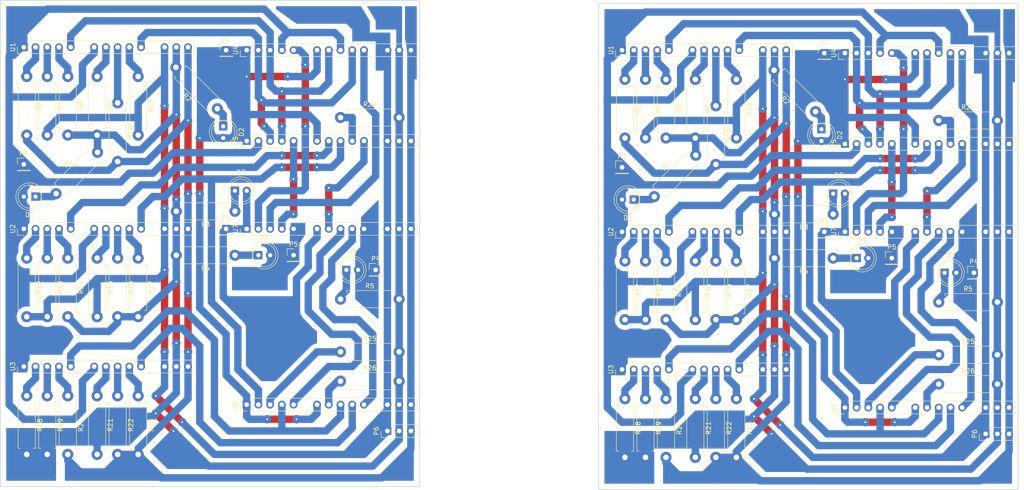
<source format=kicad_pcb>
(kicad_pcb (version 4) (host pcbnew 4.0.5+dfsg1-4)
  (layers (0 F.Cu signal) (31 B.Cu signal) (34 B.Paste user) (35 F.Paste user) (36 B.SilkS user) (37 F.SilkS user) (38 B.Mask user) (39 F.Mask user) (44 Edge.Cuts user))
  (net 0 "")
  (net 1 /B)
  (net 2 /A)
  (net 3 /S)
  (net 4 "Net-(R6-Pad1)")
  (net 5 "Net-(R7-Pad1)")
  (net 6 "Net-(R8-Pad1)")
  (net 7 "Net-(R9-Pad1)")
  (net 8 "Net-(R10-Pad1)")
  (net 9 "Net-(R11-Pad1)")
  (net 10 "Net-(R12-Pad1)")
  (net 11 "Net-(R13-Pad1)")
  (net 12 "Net-(R14-Pad1)")
  (net 13 "Net-(R15-Pad1)")
  (net 14 "Net-(R16-Pad1)")
  (net 15 "Net-(R17-Pad1)")
  (net 16 "Net-(R18-Pad1)")
  (net 17 "Net-(R19-Pad1)")
  (net 18 "Net-(R20-Pad1)")
  (net 19 "Net-(R21-Pad1)")
  (net 20 "Net-(R22-Pad1)")
  (net 21 "Net-(R23-Pad1)")
  (net 22 "Net-(R24-Pad1)")
  (net 23 "Net-(R25-Pad1)")
  (net 24 "Net-(R26-Pad1)")
  (net 25 /A-1)
  (net 26 /A+1)
  (net 27 "/max(A,0)-1")
  (net 28 "/min(A,0)")
  (net 29 "/max(A.0)")
  (net 30 "/min(A,0)+1")
  (net 31 /B+A-1)
  (net 32 /B+A)
  (net 33 /B+A+1)
  (net 34 "Net-(U5-Pad11)")
  (net 35 "Net-(U6-Pad5)")
  (net 36 "Net-(U6-Pad11)")
  (net 37 GNDREF)
  (net 38 -5V)
  (net 39 +5V)
  (net 40 "Net-(D2-Pad1)")
  (net 41 "Net-(D1-Pad1)")
  (net 42 /Cout)
  (net 43 "Net-(D3-Pad1)")
  (net 44 "Net-(D4-Pad1)")
  (net 45 "Net-(D5-Pad1)")
  (net 46 /Cin)
  (module trimux:trimux1x15_2.54 (layer F.Cu) (at 222.885 92.075 90)
    (fp_text reference U7 (at 0 -2.39 90) (layer F.SilkS))
    (fp_text value trimux)
    (pad 1 thru_hole rect (at 0 0 90) (size 1.7 1.7) (drill 1) (layers *.Cu *.Mask) (net 46 /Cin))
    (pad 2 thru_hole oval (at 0 2.54 90) (size 1.7 1.7) (drill 1) (layers *.Cu *.Mask) (net 31 /B+A-1))
    (pad 3 thru_hole oval (at 0 5.08 90) (size 1.7 1.7) (drill 1) (layers *.Cu *.Mask) (net 32 /B+A))
    (pad 4 thru_hole oval (at 0 7.62 90) (size 1.7 1.7) (drill 1) (layers *.Cu *.Mask) (net 33 /B+A+1))
    (pad 5 thru_hole oval (at 0 10.16 90) (size 1.7 1.7) (drill 1) (layers *.Cu *.Mask) (net 3 /S))
    (pad 7 thru_hole oval (at 0 15.24 90) (size 1.7 1.7) (drill 1) (layers *.Cu *.Mask) (net 46 /Cin))
    (pad 8 thru_hole oval (at 0 17.78 90) (size 1.7 1.7) (drill 1) (layers *.Cu *.Mask) (net 34 "Net-(U5-Pad11)"))
    (pad 9 thru_hole oval (at 0 20.32 90) (size 1.7 1.7) (drill 1) (layers *.Cu *.Mask) (net 35 "Net-(U6-Pad5)"))
    (pad 10 thru_hole oval (at 0 22.86 90) (size 1.7 1.7) (drill 1) (layers *.Cu *.Mask) (net 36 "Net-(U6-Pad11)"))
    (pad 11 thru_hole oval (at 0 25.4 90) (size 1.7 1.7) (drill 1) (layers *.Cu *.Mask) (net 42 /Cout))
    (pad 13 thru_hole oval (at 0 30.48 90) (size 1.7 1.7) (drill 1) (layers *.Cu *.Mask) (net 38 -5V))
    (pad 14 thru_hole oval (at 0 33.02 90) (size 1.7 1.7) (drill 1) (layers *.Cu *.Mask) (net 37 GNDREF))
    (pad 15 thru_hole oval (at 0 35.56 90) (size 1.7 1.7) (drill 1) (layers *.Cu *.Mask) (net 39 +5V))
  )
  (module trimux:trimux1x15_2.54 (layer F.Cu) (at 222.885 130.175 90)
    (fp_text reference U6 (at 0 -2.39 90) (layer F.SilkS))
    (fp_text value trimux)
    (pad 1 thru_hole rect (at 0 0 90) (size 1.7 1.7) (drill 1) (layers *.Cu *.Mask) (net 1 /B))
    (pad 2 thru_hole oval (at 0 2.54 90) (size 1.7 1.7) (drill 1) (layers *.Cu *.Mask) (net 28 "/min(A,0)"))
    (pad 3 thru_hole oval (at 0 5.08 90) (size 1.7 1.7) (drill 1) (layers *.Cu *.Mask) (net 23 "Net-(R25-Pad1)"))
    (pad 4 thru_hole oval (at 0 7.62 90) (size 1.7 1.7) (drill 1) (layers *.Cu *.Mask) (net 29 "/max(A.0)"))
    (pad 5 thru_hole oval (at 0 10.16 90) (size 1.7 1.7) (drill 1) (layers *.Cu *.Mask) (net 35 "Net-(U6-Pad5)"))
    (pad 7 thru_hole oval (at 0 15.24 90) (size 1.7 1.7) (drill 1) (layers *.Cu *.Mask) (net 1 /B))
    (pad 8 thru_hole oval (at 0 17.78 90) (size 1.7 1.7) (drill 1) (layers *.Cu *.Mask) (net 24 "Net-(R26-Pad1)"))
    (pad 9 thru_hole oval (at 0 20.32 90) (size 1.7 1.7) (drill 1) (layers *.Cu *.Mask) (net 29 "/max(A.0)"))
    (pad 10 thru_hole oval (at 0 22.86 90) (size 1.7 1.7) (drill 1) (layers *.Cu *.Mask) (net 30 "/min(A,0)+1"))
    (pad 11 thru_hole oval (at 0 25.4 90) (size 1.7 1.7) (drill 1) (layers *.Cu *.Mask) (net 36 "Net-(U6-Pad11)"))
    (pad 13 thru_hole oval (at 0 30.48 90) (size 1.7 1.7) (drill 1) (layers *.Cu *.Mask) (net 38 -5V))
    (pad 14 thru_hole oval (at 0 33.02 90) (size 1.7 1.7) (drill 1) (layers *.Cu *.Mask) (net 37 GNDREF))
    (pad 15 thru_hole oval (at 0 35.56 90) (size 1.7 1.7) (drill 1) (layers *.Cu *.Mask) (net 39 +5V))
  )
  (module trimux:trimux1x15_2.54 (layer F.Cu) (at 222.885 73.025 90)
    (fp_text reference U5 (at 0 -2.39 90) (layer F.SilkS))
    (fp_text value trimux)
    (pad 1 thru_hole rect (at 0 0 90) (size 1.7 1.7) (drill 1) (layers *.Cu *.Mask) (net 1 /B))
    (pad 2 thru_hole oval (at 0 2.54 90) (size 1.7 1.7) (drill 1) (layers *.Cu *.Mask) (net 2 /A))
    (pad 3 thru_hole oval (at 0 5.08 90) (size 1.7 1.7) (drill 1) (layers *.Cu *.Mask) (net 26 /A+1))
    (pad 4 thru_hole oval (at 0 7.62 90) (size 1.7 1.7) (drill 1) (layers *.Cu *.Mask) (net 25 /A-1))
    (pad 5 thru_hole oval (at 0 10.16 90) (size 1.7 1.7) (drill 1) (layers *.Cu *.Mask) (net 33 /B+A+1))
    (pad 7 thru_hole oval (at 0 15.24 90) (size 1.7 1.7) (drill 1) (layers *.Cu *.Mask) (net 1 /B))
    (pad 8 thru_hole oval (at 0 17.78 90) (size 1.7 1.7) (drill 1) (layers *.Cu *.Mask) (net 27 "/max(A,0)-1"))
    (pad 9 thru_hole oval (at 0 20.32 90) (size 1.7 1.7) (drill 1) (layers *.Cu *.Mask) (net 28 "/min(A,0)"))
    (pad 10 thru_hole oval (at 0 22.86 90) (size 1.7 1.7) (drill 1) (layers *.Cu *.Mask) (net 22 "Net-(R24-Pad1)"))
    (pad 11 thru_hole oval (at 0 25.4 90) (size 1.7 1.7) (drill 1) (layers *.Cu *.Mask) (net 34 "Net-(U5-Pad11)"))
    (pad 13 thru_hole oval (at 0 30.48 90) (size 1.7 1.7) (drill 1) (layers *.Cu *.Mask) (net 38 -5V))
    (pad 14 thru_hole oval (at 0 33.02 90) (size 1.7 1.7) (drill 1) (layers *.Cu *.Mask) (net 37 GNDREF))
    (pad 15 thru_hole oval (at 0 35.56 90) (size 1.7 1.7) (drill 1) (layers *.Cu *.Mask) (net 39 +5V))
  )
  (module trimux:trimux1x15_2.54 (layer F.Cu) (at 222.885 53.34 90)
    (fp_text reference U4 (at 0 -2.39 90) (layer F.SilkS))
    (fp_text value trimux)
    (pad 1 thru_hole rect (at 0 0 90) (size 1.7 1.7) (drill 1) (layers *.Cu *.Mask) (net 1 /B))
    (pad 2 thru_hole oval (at 0 2.54 90) (size 1.7 1.7) (drill 1) (layers *.Cu *.Mask) (net 26 /A+1))
    (pad 3 thru_hole oval (at 0 5.08 90) (size 1.7 1.7) (drill 1) (layers *.Cu *.Mask) (net 25 /A-1))
    (pad 4 thru_hole oval (at 0 7.62 90) (size 1.7 1.7) (drill 1) (layers *.Cu *.Mask) (net 2 /A))
    (pad 5 thru_hole oval (at 0 10.16 90) (size 1.7 1.7) (drill 1) (layers *.Cu *.Mask) (net 31 /B+A-1))
    (pad 7 thru_hole oval (at 0 15.24 90) (size 1.7 1.7) (drill 1) (layers *.Cu *.Mask) (net 1 /B))
    (pad 8 thru_hole oval (at 0 17.78 90) (size 1.7 1.7) (drill 1) (layers *.Cu *.Mask) (net 25 /A-1))
    (pad 9 thru_hole oval (at 0 20.32 90) (size 1.7 1.7) (drill 1) (layers *.Cu *.Mask) (net 2 /A))
    (pad 10 thru_hole oval (at 0 22.86 90) (size 1.7 1.7) (drill 1) (layers *.Cu *.Mask) (net 26 /A+1))
    (pad 11 thru_hole oval (at 0 25.4 90) (size 1.7 1.7) (drill 1) (layers *.Cu *.Mask) (net 32 /B+A))
    (pad 13 thru_hole oval (at 0 30.48 90) (size 1.7 1.7) (drill 1) (layers *.Cu *.Mask) (net 38 -5V))
    (pad 14 thru_hole oval (at 0 33.02 90) (size 1.7 1.7) (drill 1) (layers *.Cu *.Mask) (net 37 GNDREF))
    (pad 15 thru_hole oval (at 0 35.56 90) (size 1.7 1.7) (drill 1) (layers *.Cu *.Mask) (net 39 +5V))
  )
  (module trimux:trimux1x15_2.54 (layer F.Cu) (at 174.625 121.92 90)
    (fp_text reference U3 (at 0 -2.39 90) (layer F.SilkS))
    (fp_text value trimux)
    (pad 1 thru_hole rect (at 0 0 90) (size 1.7 1.7) (drill 1) (layers *.Cu *.Mask) (net 2 /A))
    (pad 2 thru_hole oval (at 0 2.54 90) (size 1.7 1.7) (drill 1) (layers *.Cu *.Mask) (net 16 "Net-(R18-Pad1)"))
    (pad 3 thru_hole oval (at 0 5.08 90) (size 1.7 1.7) (drill 1) (layers *.Cu *.Mask) (net 17 "Net-(R19-Pad1)"))
    (pad 4 thru_hole oval (at 0 7.62 90) (size 1.7 1.7) (drill 1) (layers *.Cu *.Mask) (net 18 "Net-(R20-Pad1)"))
    (pad 5 thru_hole oval (at 0 10.16 90) (size 1.7 1.7) (drill 1) (layers *.Cu *.Mask) (net 29 "/max(A.0)"))
    (pad 7 thru_hole oval (at 0 15.24 90) (size 1.7 1.7) (drill 1) (layers *.Cu *.Mask) (net 2 /A))
    (pad 8 thru_hole oval (at 0 17.78 90) (size 1.7 1.7) (drill 1) (layers *.Cu *.Mask) (net 19 "Net-(R21-Pad1)"))
    (pad 9 thru_hole oval (at 0 20.32 90) (size 1.7 1.7) (drill 1) (layers *.Cu *.Mask) (net 20 "Net-(R22-Pad1)"))
    (pad 10 thru_hole oval (at 0 22.86 90) (size 1.7 1.7) (drill 1) (layers *.Cu *.Mask) (net 21 "Net-(R23-Pad1)"))
    (pad 11 thru_hole oval (at 0 25.4 90) (size 1.7 1.7) (drill 1) (layers *.Cu *.Mask) (net 30 "/min(A,0)+1"))
    (pad 13 thru_hole oval (at 0 30.48 90) (size 1.7 1.7) (drill 1) (layers *.Cu *.Mask) (net 38 -5V))
    (pad 14 thru_hole oval (at 0 33.02 90) (size 1.7 1.7) (drill 1) (layers *.Cu *.Mask) (net 37 GNDREF))
    (pad 15 thru_hole oval (at 0 35.56 90) (size 1.7 1.7) (drill 1) (layers *.Cu *.Mask) (net 39 +5V))
  )
  (module trimux:trimux1x15_2.54 (layer F.Cu) (at 174.625 92.075 90)
    (fp_text reference U2 (at 0 -2.39 90) (layer F.SilkS))
    (fp_text value trimux)
    (pad 1 thru_hole rect (at 0 0 90) (size 1.7 1.7) (drill 1) (layers *.Cu *.Mask) (net 2 /A))
    (pad 2 thru_hole oval (at 0 2.54 90) (size 1.7 1.7) (drill 1) (layers *.Cu *.Mask) (net 10 "Net-(R12-Pad1)"))
    (pad 3 thru_hole oval (at 0 5.08 90) (size 1.7 1.7) (drill 1) (layers *.Cu *.Mask) (net 11 "Net-(R13-Pad1)"))
    (pad 4 thru_hole oval (at 0 7.62 90) (size 1.7 1.7) (drill 1) (layers *.Cu *.Mask) (net 12 "Net-(R14-Pad1)"))
    (pad 5 thru_hole oval (at 0 10.16 90) (size 1.7 1.7) (drill 1) (layers *.Cu *.Mask) (net 27 "/max(A,0)-1"))
    (pad 7 thru_hole oval (at 0 15.24 90) (size 1.7 1.7) (drill 1) (layers *.Cu *.Mask) (net 2 /A))
    (pad 8 thru_hole oval (at 0 17.78 90) (size 1.7 1.7) (drill 1) (layers *.Cu *.Mask) (net 13 "Net-(R15-Pad1)"))
    (pad 9 thru_hole oval (at 0 20.32 90) (size 1.7 1.7) (drill 1) (layers *.Cu *.Mask) (net 14 "Net-(R16-Pad1)"))
    (pad 10 thru_hole oval (at 0 22.86 90) (size 1.7 1.7) (drill 1) (layers *.Cu *.Mask) (net 15 "Net-(R17-Pad1)"))
    (pad 11 thru_hole oval (at 0 25.4 90) (size 1.7 1.7) (drill 1) (layers *.Cu *.Mask) (net 28 "/min(A,0)"))
    (pad 13 thru_hole oval (at 0 30.48 90) (size 1.7 1.7) (drill 1) (layers *.Cu *.Mask) (net 38 -5V))
    (pad 14 thru_hole oval (at 0 33.02 90) (size 1.7 1.7) (drill 1) (layers *.Cu *.Mask) (net 37 GNDREF))
    (pad 15 thru_hole oval (at 0 35.56 90) (size 1.7 1.7) (drill 1) (layers *.Cu *.Mask) (net 39 +5V))
  )
  (module trimux:trimux1x15_2.54 (layer F.Cu) (at 174.625 52.705 90)
    (fp_text reference U1 (at 0 -2.39 90) (layer F.SilkS))
    (fp_text value trimux)
    (pad 1 thru_hole rect (at 0 0 90) (size 1.7 1.7) (drill 1) (layers *.Cu *.Mask) (net 2 /A))
    (pad 2 thru_hole oval (at 0 2.54 90) (size 1.7 1.7) (drill 1) (layers *.Cu *.Mask) (net 4 "Net-(R6-Pad1)"))
    (pad 3 thru_hole oval (at 0 5.08 90) (size 1.7 1.7) (drill 1) (layers *.Cu *.Mask) (net 5 "Net-(R7-Pad1)"))
    (pad 4 thru_hole oval (at 0 7.62 90) (size 1.7 1.7) (drill 1) (layers *.Cu *.Mask) (net 6 "Net-(R8-Pad1)"))
    (pad 5 thru_hole oval (at 0 10.16 90) (size 1.7 1.7) (drill 1) (layers *.Cu *.Mask) (net 25 /A-1))
    (pad 7 thru_hole oval (at 0 15.24 90) (size 1.7 1.7) (drill 1) (layers *.Cu *.Mask) (net 2 /A))
    (pad 8 thru_hole oval (at 0 17.78 90) (size 1.7 1.7) (drill 1) (layers *.Cu *.Mask) (net 7 "Net-(R9-Pad1)"))
    (pad 9 thru_hole oval (at 0 20.32 90) (size 1.7 1.7) (drill 1) (layers *.Cu *.Mask) (net 8 "Net-(R10-Pad1)"))
    (pad 10 thru_hole oval (at 0 22.86 90) (size 1.7 1.7) (drill 1) (layers *.Cu *.Mask) (net 9 "Net-(R11-Pad1)"))
    (pad 11 thru_hole oval (at 0 25.4 90) (size 1.7 1.7) (drill 1) (layers *.Cu *.Mask) (net 26 /A+1))
    (pad 13 thru_hole oval (at 0 30.48 90) (size 1.7 1.7) (drill 1) (layers *.Cu *.Mask) (net 38 -5V))
    (pad 14 thru_hole oval (at 0 33.02 90) (size 1.7 1.7) (drill 1) (layers *.Cu *.Mask) (net 37 GNDREF))
    (pad 15 thru_hole oval (at 0 35.56 90) (size 1.7 1.7) (drill 1) (layers *.Cu *.Mask) (net 39 +5V))
  )
  (module Pin_Headers:Pin_Header_Straight_1x03_Pitch2.54mm (layer F.Cu) (at 253.365 135.89 90)
    (fp_text reference P6 (at 0 -2.39 90) (layer F.SilkS))
    (fp_text value CONN_01X03)
    (pad 1 thru_hole rect (at 0 0 90) (size 1.7 1.7) (drill 1) (layers *.Cu *.Mask) (net 38 -5V))
    (pad 2 thru_hole oval (at 0 2.54 90) (size 1.7 1.7) (drill 1) (layers *.Cu *.Mask) (net 37 GNDREF))
    (pad 3 thru_hole oval (at 0 5.08 90) (size 1.7 1.7) (drill 1) (layers *.Cu *.Mask) (net 39 +5V))
  )
  (module Resistors_THT:R_Axial_DIN0411_L9.9mm_D3.6mm_P12.70mm_Horizontal (layer F.Cu) (at 243.205 125.095)
    (fp_text reference R26 (at 6.35 -2.86) (layer F.SilkS))
    (fp_text value 150)
    (pad 1 thru_hole circle (at 0 0) (size 2.4 2.4) (drill 1.2) (layers *.Cu *.Mask) (net 24 "Net-(R26-Pad1)"))
    (pad 2 thru_hole oval (at 12.7 0) (size 2.4 2.4) (drill 1.2) (layers *.Cu *.Mask) (net 37 GNDREF))
  )
  (module Resistors_THT:R_Axial_DIN0411_L9.9mm_D3.6mm_P12.70mm_Horizontal (layer F.Cu) (at 243.205 118.745)
    (fp_text reference R25 (at 6.35 -2.86) (layer F.SilkS))
    (fp_text value 150)
    (pad 1 thru_hole circle (at 0 0) (size 2.4 2.4) (drill 1.2) (layers *.Cu *.Mask) (net 23 "Net-(R25-Pad1)"))
    (pad 2 thru_hole oval (at 12.7 0) (size 2.4 2.4) (drill 1.2) (layers *.Cu *.Mask) (net 37 GNDREF))
  )
  (module Resistors_THT:R_Axial_DIN0411_L9.9mm_D3.6mm_P12.70mm_Horizontal (layer F.Cu) (at 243.205 67.945)
    (fp_text reference R24 (at 6.35 -2.86) (layer F.SilkS))
    (fp_text value 150)
    (pad 1 thru_hole circle (at 0 0) (size 2.4 2.4) (drill 1.2) (layers *.Cu *.Mask) (net 22 "Net-(R24-Pad1)"))
    (pad 2 thru_hole oval (at 12.7 0) (size 2.4 2.4) (drill 1.2) (layers *.Cu *.Mask) (net 37 GNDREF))
  )
  (module Resistors_THT:R_Axial_DIN0411_L9.9mm_D3.6mm_P12.70mm_Horizontal (layer F.Cu) (at 199.39 128.27 270)
    (fp_text reference R23 (at 6.35 -2.86 270) (layer F.SilkS))
    (fp_text value 150)
    (pad 1 thru_hole circle (at 0 0 270) (size 2.4 2.4) (drill 1.2) (layers *.Cu *.Mask) (net 21 "Net-(R23-Pad1)"))
    (pad 2 thru_hole oval (at 12.7 0 270) (size 2.4 2.4) (drill 1.2) (layers *.Cu *.Mask) (net 39 +5V))
  )
  (module Resistors_THT:R_Axial_DIN0411_L9.9mm_D3.6mm_P12.70mm_Horizontal (layer F.Cu) (at 194.945 128.27 270)
    (fp_text reference R22 (at 6.35 -2.86 270) (layer F.SilkS))
    (fp_text value 150)
    (pad 1 thru_hole circle (at 0 0 270) (size 2.4 2.4) (drill 1.2) (layers *.Cu *.Mask) (net 20 "Net-(R22-Pad1)"))
    (pad 2 thru_hole oval (at 12.7 0 270) (size 2.4 2.4) (drill 1.2) (layers *.Cu *.Mask) (net 39 +5V))
  )
  (module Resistors_THT:R_Axial_DIN0411_L9.9mm_D3.6mm_P12.70mm_Horizontal (layer F.Cu) (at 190.5 128.27 270)
    (fp_text reference R21 (at 6.35 -2.86 270) (layer F.SilkS))
    (fp_text value 150)
    (pad 1 thru_hole circle (at 0 0 270) (size 2.4 2.4) (drill 1.2) (layers *.Cu *.Mask) (net 19 "Net-(R21-Pad1)"))
    (pad 2 thru_hole oval (at 12.7 0 270) (size 2.4 2.4) (drill 1.2) (layers *.Cu *.Mask) (net 37 GNDREF))
  )
  (module Resistors_THT:R_Axial_DIN0411_L9.9mm_D3.6mm_P12.70mm_Horizontal (layer F.Cu) (at 184.15 128.27 270)
    (fp_text reference R20 (at 6.35 -2.86 270) (layer F.SilkS))
    (fp_text value 150)
    (pad 1 thru_hole circle (at 0 0 270) (size 2.4 2.4) (drill 1.2) (layers *.Cu *.Mask) (net 18 "Net-(R20-Pad1)"))
    (pad 2 thru_hole oval (at 12.7 0 270) (size 2.4 2.4) (drill 1.2) (layers *.Cu *.Mask) (net 39 +5V))
  )
  (module Resistors_THT:R_Axial_DIN0411_L9.9mm_D3.6mm_P12.70mm_Horizontal (layer F.Cu) (at 179.705 128.27 270)
    (fp_text reference R19 (at 6.35 -2.86 270) (layer F.SilkS))
    (fp_text value 150)
    (pad 1 thru_hole circle (at 0 0 270) (size 2.4 2.4) (drill 1.2) (layers *.Cu *.Mask) (net 17 "Net-(R19-Pad1)"))
    (pad 2 thru_hole oval (at 12.7 0 270) (size 2.4 2.4) (drill 1.2) (layers *.Cu *.Mask) (net 37 GNDREF))
  )
  (module Resistors_THT:R_Axial_DIN0411_L9.9mm_D3.6mm_P12.70mm_Horizontal (layer F.Cu) (at 175.26 128.27 270)
    (fp_text reference R18 (at 6.35 -2.86 270) (layer F.SilkS))
    (fp_text value 150)
    (pad 1 thru_hole circle (at 0 0 270) (size 2.4 2.4) (drill 1.2) (layers *.Cu *.Mask) (net 16 "Net-(R18-Pad1)"))
    (pad 2 thru_hole oval (at 12.7 0 270) (size 2.4 2.4) (drill 1.2) (layers *.Cu *.Mask) (net 37 GNDREF))
  )
  (module Resistors_THT:R_Axial_DIN0411_L9.9mm_D3.6mm_P12.70mm_Horizontal (layer F.Cu) (at 199.39 98.425 270)
    (fp_text reference R17 (at 6.35 -2.86 270) (layer F.SilkS))
    (fp_text value 150)
    (pad 1 thru_hole circle (at 0 0 270) (size 2.4 2.4) (drill 1.2) (layers *.Cu *.Mask) (net 15 "Net-(R17-Pad1)"))
    (pad 2 thru_hole oval (at 12.7 0 270) (size 2.4 2.4) (drill 1.2) (layers *.Cu *.Mask) (net 37 GNDREF))
  )
  (module Resistors_THT:R_Axial_DIN0411_L9.9mm_D3.6mm_P12.70mm_Horizontal (layer F.Cu) (at 194.945 98.425 270)
    (fp_text reference R16 (at 6.35 -2.86 270) (layer F.SilkS))
    (fp_text value 150)
    (pad 1 thru_hole circle (at 0 0 270) (size 2.4 2.4) (drill 1.2) (layers *.Cu *.Mask) (net 14 "Net-(R16-Pad1)"))
    (pad 2 thru_hole oval (at 12.7 0 270) (size 2.4 2.4) (drill 1.2) (layers *.Cu *.Mask) (net 37 GNDREF))
  )
  (module Resistors_THT:R_Axial_DIN0411_L9.9mm_D3.6mm_P12.70mm_Horizontal (layer F.Cu) (at 190.5 98.425 270)
    (fp_text reference R15 (at 6.35 -2.86 270) (layer F.SilkS))
    (fp_text value 150)
    (pad 1 thru_hole circle (at 0 0 270) (size 2.4 2.4) (drill 1.2) (layers *.Cu *.Mask) (net 13 "Net-(R15-Pad1)"))
    (pad 2 thru_hole oval (at 12.7 0 270) (size 2.4 2.4) (drill 1.2) (layers *.Cu *.Mask) (net 38 -5V))
  )
  (module Resistors_THT:R_Axial_DIN0411_L9.9mm_D3.6mm_P12.70mm_Horizontal (layer F.Cu) (at 184.15 98.425 270)
    (fp_text reference R14 (at 6.35 -2.86 270) (layer F.SilkS))
    (fp_text value 150)
    (pad 1 thru_hole circle (at 0 0 270) (size 2.4 2.4) (drill 1.2) (layers *.Cu *.Mask) (net 12 "Net-(R14-Pad1)"))
    (pad 2 thru_hole oval (at 12.7 0 270) (size 2.4 2.4) (drill 1.2) (layers *.Cu *.Mask) (net 37 GNDREF))
  )
  (module Resistors_THT:R_Axial_DIN0411_L9.9mm_D3.6mm_P12.70mm_Horizontal (layer F.Cu) (at 179.705 98.425 270)
    (fp_text reference R13 (at 6.35 -2.86 270) (layer F.SilkS))
    (fp_text value 150)
    (pad 1 thru_hole circle (at 0 0 270) (size 2.4 2.4) (drill 1.2) (layers *.Cu *.Mask) (net 11 "Net-(R13-Pad1)"))
    (pad 2 thru_hole oval (at 12.7 0 270) (size 2.4 2.4) (drill 1.2) (layers *.Cu *.Mask) (net 38 -5V))
  )
  (module Resistors_THT:R_Axial_DIN0411_L9.9mm_D3.6mm_P12.70mm_Horizontal (layer F.Cu) (at 175.26 98.425 270)
    (fp_text reference R12 (at 6.35 -2.86 270) (layer F.SilkS))
    (fp_text value 150)
    (pad 1 thru_hole circle (at 0 0 270) (size 2.4 2.4) (drill 1.2) (layers *.Cu *.Mask) (net 10 "Net-(R12-Pad1)"))
    (pad 2 thru_hole oval (at 12.7 0 270) (size 2.4 2.4) (drill 1.2) (layers *.Cu *.Mask) (net 38 -5V))
  )
  (module Resistors_THT:R_Axial_DIN0411_L9.9mm_D3.6mm_P12.70mm_Horizontal (layer F.Cu) (at 199.39 59.055 270)
    (fp_text reference R11 (at 6.35 -2.86 270) (layer F.SilkS))
    (fp_text value 150)
    (pad 1 thru_hole circle (at 0 0 270) (size 2.4 2.4) (drill 1.2) (layers *.Cu *.Mask) (net 9 "Net-(R11-Pad1)"))
    (pad 2 thru_hole oval (at 12.7 0 270) (size 2.4 2.4) (drill 1.2) (layers *.Cu *.Mask) (net 38 -5V))
  )
  (module Resistors_THT:R_Axial_DIN0411_L9.9mm_D3.6mm_P12.70mm_Horizontal (layer F.Cu) (at 194.945 64.77 270)
    (fp_text reference R10 (at 6.35 -2.86 270) (layer F.SilkS))
    (fp_text value 150)
    (pad 1 thru_hole circle (at 0 0 270) (size 2.4 2.4) (drill 1.2) (layers *.Cu *.Mask) (net 8 "Net-(R10-Pad1)"))
    (pad 2 thru_hole oval (at 12.7 0 270) (size 2.4 2.4) (drill 1.2) (layers *.Cu *.Mask) (net 39 +5V))
  )
  (module Resistors_THT:R_Axial_DIN0411_L9.9mm_D3.6mm_P12.70mm_Horizontal (layer F.Cu) (at 190.5 59.055 270)
    (fp_text reference R9 (at 6.35 -2.86 270) (layer F.SilkS))
    (fp_text value 150)
    (pad 1 thru_hole circle (at 0 0 270) (size 2.4 2.4) (drill 1.2) (layers *.Cu *.Mask) (net 7 "Net-(R9-Pad1)"))
    (pad 2 thru_hole oval (at 12.7 0 270) (size 2.4 2.4) (drill 1.2) (layers *.Cu *.Mask) (net 37 GNDREF))
  )
  (module Resistors_THT:R_Axial_DIN0411_L9.9mm_D3.6mm_P12.70mm_Horizontal (layer F.Cu) (at 184.15 59.055 270)
    (fp_text reference R8 (at 6.35 -2.86 270) (layer F.SilkS))
    (fp_text value 150)
    (pad 1 thru_hole circle (at 0 0 270) (size 2.4 2.4) (drill 1.2) (layers *.Cu *.Mask) (net 6 "Net-(R8-Pad1)"))
    (pad 2 thru_hole oval (at 12.7 0 270) (size 2.4 2.4) (drill 1.2) (layers *.Cu *.Mask) (net 37 GNDREF))
  )
  (module Resistors_THT:R_Axial_DIN0411_L9.9mm_D3.6mm_P12.70mm_Horizontal (layer F.Cu) (at 179.705 59.055 270)
    (fp_text reference R7 (at 6.35 -2.86 270) (layer F.SilkS))
    (fp_text value 150)
    (pad 1 thru_hole circle (at 0 0 270) (size 2.4 2.4) (drill 1.2) (layers *.Cu *.Mask) (net 5 "Net-(R7-Pad1)"))
    (pad 2 thru_hole oval (at 12.7 0 270) (size 2.4 2.4) (drill 1.2) (layers *.Cu *.Mask) (net 38 -5V))
  )
  (module Resistors_THT:R_Axial_DIN0411_L9.9mm_D3.6mm_P12.70mm_Horizontal (layer F.Cu) (at 175.26 59.055 270)
    (fp_text reference R6 (at 6.35 -2.86 270) (layer F.SilkS))
    (fp_text value 150)
    (pad 1 thru_hole circle (at 0 0 270) (size 2.4 2.4) (drill 1.2) (layers *.Cu *.Mask) (net 4 "Net-(R6-Pad1)"))
    (pad 2 thru_hole oval (at 12.7 0 270) (size 2.4 2.4) (drill 1.2) (layers *.Cu *.Mask) (net 39 +5V))
  )
  (module Resistors_THT:R_Axial_DIN0411_L9.9mm_D3.6mm_P12.70mm_Horizontal (layer F.Cu) (at 243.205 107.315)
    (fp_text reference R5 (at 6.35 -2.86) (layer F.SilkS))
    (fp_text value 1k)
    (pad 1 thru_hole circle (at 0 0) (size 2.4 2.4) (drill 1.2) (layers *.Cu *.Mask) (net 45 "Net-(D5-Pad1)"))
    (pad 2 thru_hole oval (at 12.7 0) (size 2.4 2.4) (drill 1.2) (layers *.Cu *.Mask) (net 37 GNDREF))
  )
  (module Resistors_THT:R_Axial_DIN0411_L9.9mm_D3.6mm_P12.70mm_Horizontal (layer F.Cu) (at 220.345 97.79 180)
    (fp_text reference R4 (at 6.35 -2.86 180) (layer F.SilkS))
    (fp_text value 1k)
    (pad 1 thru_hole circle (at 0 0 180) (size 2.4 2.4) (drill 1.2) (layers *.Cu *.Mask) (net 44 "Net-(D4-Pad1)"))
    (pad 2 thru_hole oval (at 12.7 0 180) (size 2.4 2.4) (drill 1.2) (layers *.Cu *.Mask) (net 37 GNDREF))
  )
  (module Resistors_THT:R_Axial_DIN0411_L9.9mm_D3.6mm_P12.70mm_Horizontal (layer F.Cu) (at 220.345 88.265 180)
    (fp_text reference R3 (at 6.35 -2.86 180) (layer F.SilkS))
    (fp_text value 1k)
    (pad 1 thru_hole circle (at 0 0 180) (size 2.4 2.4) (drill 1.2) (layers *.Cu *.Mask) (net 43 "Net-(D3-Pad1)"))
    (pad 2 thru_hole oval (at 12.7 0 180) (size 2.4 2.4) (drill 1.2) (layers *.Cu *.Mask) (net 37 GNDREF))
  )
  (module Resistors_THT:R_Axial_DIN0411_L9.9mm_D3.6mm_P12.70mm_Horizontal (layer F.Cu) (at 216.535 66.04 135)
    (fp_text reference R2 (at 6.35 -2.86 135) (layer F.SilkS))
    (fp_text value 1k)
    (pad 1 thru_hole circle (at 0 0 135) (size 2.4 2.4) (drill 1.2) (layers *.Cu *.Mask) (net 40 "Net-(D2-Pad1)"))
    (pad 2 thru_hole oval (at 12.7 0 135) (size 2.4 2.4) (drill 1.2) (layers *.Cu *.Mask) (net 37 GNDREF))
  )
  (module Resistors_THT:R_Axial_DIN0411_L9.9mm_D3.6mm_P12.70mm_Horizontal (layer F.Cu) (at 181.61 84.455 45)
    (fp_text reference R1 (at 6.35 -2.86 45) (layer F.SilkS))
    (fp_text value 1k)
    (pad 1 thru_hole circle (at 0 0 45) (size 2.4 2.4) (drill 1.2) (layers *.Cu *.Mask) (net 41 "Net-(D1-Pad1)"))
    (pad 2 thru_hole oval (at 12.7 0 45) (size 2.4 2.4) (drill 1.2) (layers *.Cu *.Mask) (net 37 GNDREF))
  )
  (module Pin_Headers:Pin_Header_Straight_1x01_Pitch2.54mm (layer F.Cu) (at 233.045 97.79)
    (fp_text reference P5 (at 0 -2.39) (layer F.SilkS))
    (fp_text value CONN_01X01)
    (pad 1 thru_hole rect (at 0 0) (size 1.7 1.7) (drill 1) (layers *.Cu *.Mask) (net 3 /S))
  )
  (module Pin_Headers:Pin_Header_Straight_1x01_Pitch2.54mm (layer F.Cu) (at 250.825 100.965)
    (fp_text reference P4 (at 0 -2.39) (layer F.SilkS))
    (fp_text value CONN_01X01)
    (pad 1 thru_hole rect (at 0 0) (size 1.7 1.7) (drill 1) (layers *.Cu *.Mask) (net 42 /Cout))
  )
  (module Pin_Headers:Pin_Header_Straight_1x01_Pitch2.54mm (layer F.Cu) (at 174.625 78.105)
    (fp_text reference P3 (at 0 -2.39) (layer F.SilkS))
    (fp_text value CONN_01X01)
    (pad 1 thru_hole rect (at 0 0) (size 1.7 1.7) (drill 1) (layers *.Cu *.Mask) (net 2 /A))
  )
  (module Pin_Headers:Pin_Header_Straight_1x01_Pitch2.54mm (layer F.Cu) (at 218.44 53.34)
    (fp_text reference P2 (at 0 -2.39) (layer F.SilkS))
    (fp_text value CONN_01X01)
    (pad 1 thru_hole rect (at 0 0) (size 1.7 1.7) (drill 1) (layers *.Cu *.Mask) (net 1 /B))
  )
  (module Pin_Headers:Pin_Header_Straight_1x01_Pitch2.54mm (layer F.Cu) (at 218.44 92.075)
    (fp_text reference P1 (at 0 -2.39) (layer F.SilkS))
    (fp_text value CONN_01X01)
    (pad 1 thru_hole rect (at 0 0) (size 1.7 1.7) (drill 1) (layers *.Cu *.Mask) (net 46 /Cin))
  )
  (module LEDs:LED_D5.0mm (layer F.Cu) (at 244.475 100.965)
    (fp_text reference D5 (at 1.27 -3.96) (layer F.SilkS))
    (fp_text value LED_Dual_2pin)
    (pad 1 thru_hole rect (at 0 0) (size 1.8 1.8) (drill 0.9) (layers *.Cu *.Mask) (net 45 "Net-(D5-Pad1)"))
    (pad 2 thru_hole circle (at 2.54 0) (size 1.8 1.8) (drill 0.9) (layers *.Cu *.Mask) (net 42 /Cout))
  )
  (module LEDs:LED_D5.0mm (layer F.Cu) (at 225.425 97.79)
    (fp_text reference D4 (at 1.27 -3.96) (layer F.SilkS))
    (fp_text value LED_Dual_2pin)
    (pad 1 thru_hole rect (at 0 0) (size 1.8 1.8) (drill 0.9) (layers *.Cu *.Mask) (net 44 "Net-(D4-Pad1)"))
    (pad 2 thru_hole circle (at 2.54 0) (size 1.8 1.8) (drill 0.9) (layers *.Cu *.Mask) (net 3 /S))
  )
  (module LEDs:LED_D5.0mm (layer F.Cu) (at 220.345 83.82)
    (fp_text reference D3 (at 1.27 -3.96) (layer F.SilkS))
    (fp_text value LED_Dual_2pin)
    (pad 1 thru_hole rect (at 0 0) (size 1.8 1.8) (drill 0.9) (layers *.Cu *.Mask) (net 43 "Net-(D3-Pad1)"))
    (pad 2 thru_hole circle (at 2.54 0) (size 1.8 1.8) (drill 0.9) (layers *.Cu *.Mask) (net 46 /Cin))
  )
  (module LEDs:LED_D5.0mm (layer F.Cu) (at 217.805 69.85 270)
    (fp_text reference D2 (at 1.27 -3.96 270) (layer F.SilkS))
    (fp_text value LED_Dual_2pin)
    (pad 1 thru_hole rect (at 0 0 270) (size 1.8 1.8) (drill 0.9) (layers *.Cu *.Mask) (net 40 "Net-(D2-Pad1)"))
    (pad 2 thru_hole circle (at 2.54 0 270) (size 1.8 1.8) (drill 0.9) (layers *.Cu *.Mask) (net 1 /B))
  )
  (module LEDs:LED_D5.0mm (layer F.Cu) (at 177.165 85.09 180)
    (fp_text reference D1 (at 1.27 -3.96 180) (layer F.SilkS))
    (fp_text value LED_Dual_2pin)
    (pad 1 thru_hole rect (at 0 0 180) (size 1.8 1.8) (drill 0.9) (layers *.Cu *.Mask) (net 41 "Net-(D1-Pad1)"))
    (pad 2 thru_hole circle (at 2.54 0 180) (size 1.8 1.8) (drill 0.9) (layers *.Cu *.Mask) (net 2 /A))
  )
  (module LEDs:LED_D5.0mm (layer F.Cu) (at 47.625 84.455 180)
    (fp_text reference D1 (at 1.27 -3.96 180) (layer F.SilkS))
    (fp_text value LED_Dual_2pin)
    (pad 1 thru_hole rect (at 0 0 180) (size 1.8 1.8) (drill 0.9) (layers *.Cu *.Mask) (net 41 "Net-(D1-Pad1)"))
    (pad 2 thru_hole circle (at 2.54 0 180) (size 1.8 1.8) (drill 0.9) (layers *.Cu *.Mask) (net 2 /A))
  )
  (module LEDs:LED_D5.0mm (layer F.Cu) (at 88.265 69.215 270)
    (fp_text reference D2 (at 1.27 -3.96 270) (layer F.SilkS))
    (fp_text value LED_Dual_2pin)
    (pad 1 thru_hole rect (at 0 0 270) (size 1.8 1.8) (drill 0.9) (layers *.Cu *.Mask) (net 40 "Net-(D2-Pad1)"))
    (pad 2 thru_hole circle (at 2.54 0 270) (size 1.8 1.8) (drill 0.9) (layers *.Cu *.Mask) (net 1 /B))
  )
  (module LEDs:LED_D5.0mm (layer F.Cu) (at 90.805 83.185)
    (fp_text reference D3 (at 1.27 -3.96) (layer F.SilkS))
    (fp_text value LED_Dual_2pin)
    (pad 1 thru_hole rect (at 0 0) (size 1.8 1.8) (drill 0.9) (layers *.Cu *.Mask) (net 43 "Net-(D3-Pad1)"))
    (pad 2 thru_hole circle (at 2.54 0) (size 1.8 1.8) (drill 0.9) (layers *.Cu *.Mask) (net 46 /Cin))
  )
  (module LEDs:LED_D5.0mm (layer F.Cu) (at 95.885 97.155)
    (fp_text reference D4 (at 1.27 -3.96) (layer F.SilkS))
    (fp_text value LED_Dual_2pin)
    (pad 1 thru_hole rect (at 0 0) (size 1.8 1.8) (drill 0.9) (layers *.Cu *.Mask) (net 44 "Net-(D4-Pad1)"))
    (pad 2 thru_hole circle (at 2.54 0) (size 1.8 1.8) (drill 0.9) (layers *.Cu *.Mask) (net 3 /S))
  )
  (module LEDs:LED_D5.0mm (layer F.Cu) (at 114.935 100.33)
    (fp_text reference D5 (at 1.27 -3.96) (layer F.SilkS))
    (fp_text value LED_Dual_2pin)
    (pad 1 thru_hole rect (at 0 0) (size 1.8 1.8) (drill 0.9) (layers *.Cu *.Mask) (net 45 "Net-(D5-Pad1)"))
    (pad 2 thru_hole circle (at 2.54 0) (size 1.8 1.8) (drill 0.9) (layers *.Cu *.Mask) (net 42 /Cout))
  )
  (module Pin_Headers:Pin_Header_Straight_1x01_Pitch2.54mm (layer F.Cu) (at 88.9 91.44)
    (fp_text reference P1 (at 0 -2.39) (layer F.SilkS))
    (fp_text value CONN_01X01)
    (pad 1 thru_hole rect (at 0 0) (size 1.7 1.7) (drill 1) (layers *.Cu *.Mask) (net 46 /Cin))
  )
  (module Pin_Headers:Pin_Header_Straight_1x01_Pitch2.54mm (layer F.Cu) (at 88.9 52.705)
    (fp_text reference P2 (at 0 -2.39) (layer F.SilkS))
    (fp_text value CONN_01X01)
    (pad 1 thru_hole rect (at 0 0) (size 1.7 1.7) (drill 1) (layers *.Cu *.Mask) (net 1 /B))
  )
  (module Pin_Headers:Pin_Header_Straight_1x01_Pitch2.54mm (layer F.Cu) (at 45.085 77.47)
    (fp_text reference P3 (at 0 -2.39) (layer F.SilkS))
    (fp_text value CONN_01X01)
    (pad 1 thru_hole rect (at 0 0) (size 1.7 1.7) (drill 1) (layers *.Cu *.Mask) (net 2 /A))
  )
  (module Pin_Headers:Pin_Header_Straight_1x01_Pitch2.54mm (layer F.Cu) (at 121.285 100.33)
    (fp_text reference P4 (at 0 -2.39) (layer F.SilkS))
    (fp_text value CONN_01X01)
    (pad 1 thru_hole rect (at 0 0) (size 1.7 1.7) (drill 1) (layers *.Cu *.Mask) (net 42 /Cout))
  )
  (module Pin_Headers:Pin_Header_Straight_1x01_Pitch2.54mm (layer F.Cu) (at 103.505 97.155)
    (fp_text reference P5 (at 0 -2.39) (layer F.SilkS))
    (fp_text value CONN_01X01)
    (pad 1 thru_hole rect (at 0 0) (size 1.7 1.7) (drill 1) (layers *.Cu *.Mask) (net 3 /S))
  )
  (module Resistors_THT:R_Axial_DIN0411_L9.9mm_D3.6mm_P12.70mm_Horizontal (layer F.Cu) (at 52.07 83.82 45)
    (fp_text reference R1 (at 6.35 -2.86 45) (layer F.SilkS))
    (fp_text value 1k)
    (pad 1 thru_hole circle (at 0 0 45) (size 2.4 2.4) (drill 1.2) (layers *.Cu *.Mask) (net 41 "Net-(D1-Pad1)"))
    (pad 2 thru_hole oval (at 12.7 0 45) (size 2.4 2.4) (drill 1.2) (layers *.Cu *.Mask) (net 37 GNDREF))
  )
  (module Resistors_THT:R_Axial_DIN0411_L9.9mm_D3.6mm_P12.70mm_Horizontal (layer F.Cu) (at 86.995 65.405 135)
    (fp_text reference R2 (at 6.35 -2.86 135) (layer F.SilkS))
    (fp_text value 1k)
    (pad 1 thru_hole circle (at 0 0 135) (size 2.4 2.4) (drill 1.2) (layers *.Cu *.Mask) (net 40 "Net-(D2-Pad1)"))
    (pad 2 thru_hole oval (at 12.7 0 135) (size 2.4 2.4) (drill 1.2) (layers *.Cu *.Mask) (net 37 GNDREF))
  )
  (module Resistors_THT:R_Axial_DIN0411_L9.9mm_D3.6mm_P12.70mm_Horizontal (layer F.Cu) (at 90.805 87.63 180)
    (fp_text reference R3 (at 6.35 -2.86 180) (layer F.SilkS))
    (fp_text value 1k)
    (pad 1 thru_hole circle (at 0 0 180) (size 2.4 2.4) (drill 1.2) (layers *.Cu *.Mask) (net 43 "Net-(D3-Pad1)"))
    (pad 2 thru_hole oval (at 12.7 0 180) (size 2.4 2.4) (drill 1.2) (layers *.Cu *.Mask) (net 37 GNDREF))
  )
  (module Resistors_THT:R_Axial_DIN0411_L9.9mm_D3.6mm_P12.70mm_Horizontal (layer F.Cu) (at 90.805 97.155 180)
    (fp_text reference R4 (at 6.35 -2.86 180) (layer F.SilkS))
    (fp_text value 1k)
    (pad 1 thru_hole circle (at 0 0 180) (size 2.4 2.4) (drill 1.2) (layers *.Cu *.Mask) (net 44 "Net-(D4-Pad1)"))
    (pad 2 thru_hole oval (at 12.7 0 180) (size 2.4 2.4) (drill 1.2) (layers *.Cu *.Mask) (net 37 GNDREF))
  )
  (module Resistors_THT:R_Axial_DIN0411_L9.9mm_D3.6mm_P12.70mm_Horizontal (layer F.Cu) (at 113.665 106.68)
    (fp_text reference R5 (at 6.35 -2.86) (layer F.SilkS))
    (fp_text value 1k)
    (pad 1 thru_hole circle (at 0 0) (size 2.4 2.4) (drill 1.2) (layers *.Cu *.Mask) (net 45 "Net-(D5-Pad1)"))
    (pad 2 thru_hole oval (at 12.7 0) (size 2.4 2.4) (drill 1.2) (layers *.Cu *.Mask) (net 37 GNDREF))
  )
  (module Resistors_THT:R_Axial_DIN0411_L9.9mm_D3.6mm_P12.70mm_Horizontal (layer F.Cu) (at 45.72 58.42 270)
    (fp_text reference R6 (at 6.35 -2.86 270) (layer F.SilkS))
    (fp_text value 150)
    (pad 1 thru_hole circle (at 0 0 270) (size 2.4 2.4) (drill 1.2) (layers *.Cu *.Mask) (net 4 "Net-(R6-Pad1)"))
    (pad 2 thru_hole oval (at 12.7 0 270) (size 2.4 2.4) (drill 1.2) (layers *.Cu *.Mask) (net 39 +5V))
  )
  (module Resistors_THT:R_Axial_DIN0411_L9.9mm_D3.6mm_P12.70mm_Horizontal (layer F.Cu) (at 50.165 58.42 270)
    (fp_text reference R7 (at 6.35 -2.86 270) (layer F.SilkS))
    (fp_text value 150)
    (pad 1 thru_hole circle (at 0 0 270) (size 2.4 2.4) (drill 1.2) (layers *.Cu *.Mask) (net 5 "Net-(R7-Pad1)"))
    (pad 2 thru_hole oval (at 12.7 0 270) (size 2.4 2.4) (drill 1.2) (layers *.Cu *.Mask) (net 38 -5V))
  )
  (module Resistors_THT:R_Axial_DIN0411_L9.9mm_D3.6mm_P12.70mm_Horizontal (layer F.Cu) (at 54.61 58.42 270)
    (fp_text reference R8 (at 6.35 -2.86 270) (layer F.SilkS))
    (fp_text value 150)
    (pad 1 thru_hole circle (at 0 0 270) (size 2.4 2.4) (drill 1.2) (layers *.Cu *.Mask) (net 6 "Net-(R8-Pad1)"))
    (pad 2 thru_hole oval (at 12.7 0 270) (size 2.4 2.4) (drill 1.2) (layers *.Cu *.Mask) (net 37 GNDREF))
  )
  (module Resistors_THT:R_Axial_DIN0411_L9.9mm_D3.6mm_P12.70mm_Horizontal (layer F.Cu) (at 60.96 58.42 270)
    (fp_text reference R9 (at 6.35 -2.86 270) (layer F.SilkS))
    (fp_text value 150)
    (pad 1 thru_hole circle (at 0 0 270) (size 2.4 2.4) (drill 1.2) (layers *.Cu *.Mask) (net 7 "Net-(R9-Pad1)"))
    (pad 2 thru_hole oval (at 12.7 0 270) (size 2.4 2.4) (drill 1.2) (layers *.Cu *.Mask) (net 37 GNDREF))
  )
  (module Resistors_THT:R_Axial_DIN0411_L9.9mm_D3.6mm_P12.70mm_Horizontal (layer F.Cu) (at 65.405 64.135 270)
    (fp_text reference R10 (at 6.35 -2.86 270) (layer F.SilkS))
    (fp_text value 150)
    (pad 1 thru_hole circle (at 0 0 270) (size 2.4 2.4) (drill 1.2) (layers *.Cu *.Mask) (net 8 "Net-(R10-Pad1)"))
    (pad 2 thru_hole oval (at 12.7 0 270) (size 2.4 2.4) (drill 1.2) (layers *.Cu *.Mask) (net 39 +5V))
  )
  (module Resistors_THT:R_Axial_DIN0411_L9.9mm_D3.6mm_P12.70mm_Horizontal (layer F.Cu) (at 69.85 58.42 270)
    (fp_text reference R11 (at 6.35 -2.86 270) (layer F.SilkS))
    (fp_text value 150)
    (pad 1 thru_hole circle (at 0 0 270) (size 2.4 2.4) (drill 1.2) (layers *.Cu *.Mask) (net 9 "Net-(R11-Pad1)"))
    (pad 2 thru_hole oval (at 12.7 0 270) (size 2.4 2.4) (drill 1.2) (layers *.Cu *.Mask) (net 38 -5V))
  )
  (module Resistors_THT:R_Axial_DIN0411_L9.9mm_D3.6mm_P12.70mm_Horizontal (layer F.Cu) (at 45.72 97.79 270)
    (fp_text reference R12 (at 6.35 -2.86 270) (layer F.SilkS))
    (fp_text value 150)
    (pad 1 thru_hole circle (at 0 0 270) (size 2.4 2.4) (drill 1.2) (layers *.Cu *.Mask) (net 10 "Net-(R12-Pad1)"))
    (pad 2 thru_hole oval (at 12.7 0 270) (size 2.4 2.4) (drill 1.2) (layers *.Cu *.Mask) (net 38 -5V))
  )
  (module Resistors_THT:R_Axial_DIN0411_L9.9mm_D3.6mm_P12.70mm_Horizontal (layer F.Cu) (at 50.165 97.79 270)
    (fp_text reference R13 (at 6.35 -2.86 270) (layer F.SilkS))
    (fp_text value 150)
    (pad 1 thru_hole circle (at 0 0 270) (size 2.4 2.4) (drill 1.2) (layers *.Cu *.Mask) (net 11 "Net-(R13-Pad1)"))
    (pad 2 thru_hole oval (at 12.7 0 270) (size 2.4 2.4) (drill 1.2) (layers *.Cu *.Mask) (net 38 -5V))
  )
  (module Resistors_THT:R_Axial_DIN0411_L9.9mm_D3.6mm_P12.70mm_Horizontal (layer F.Cu) (at 54.61 97.79 270)
    (fp_text reference R14 (at 6.35 -2.86 270) (layer F.SilkS))
    (fp_text value 150)
    (pad 1 thru_hole circle (at 0 0 270) (size 2.4 2.4) (drill 1.2) (layers *.Cu *.Mask) (net 12 "Net-(R14-Pad1)"))
    (pad 2 thru_hole oval (at 12.7 0 270) (size 2.4 2.4) (drill 1.2) (layers *.Cu *.Mask) (net 37 GNDREF))
  )
  (module Resistors_THT:R_Axial_DIN0411_L9.9mm_D3.6mm_P12.70mm_Horizontal (layer F.Cu) (at 60.96 97.79 270)
    (fp_text reference R15 (at 6.35 -2.86 270) (layer F.SilkS))
    (fp_text value 150)
    (pad 1 thru_hole circle (at 0 0 270) (size 2.4 2.4) (drill 1.2) (layers *.Cu *.Mask) (net 13 "Net-(R15-Pad1)"))
    (pad 2 thru_hole oval (at 12.7 0 270) (size 2.4 2.4) (drill 1.2) (layers *.Cu *.Mask) (net 38 -5V))
  )
  (module Resistors_THT:R_Axial_DIN0411_L9.9mm_D3.6mm_P12.70mm_Horizontal (layer F.Cu) (at 65.405 97.79 270)
    (fp_text reference R16 (at 6.35 -2.86 270) (layer F.SilkS))
    (fp_text value 150)
    (pad 1 thru_hole circle (at 0 0 270) (size 2.4 2.4) (drill 1.2) (layers *.Cu *.Mask) (net 14 "Net-(R16-Pad1)"))
    (pad 2 thru_hole oval (at 12.7 0 270) (size 2.4 2.4) (drill 1.2) (layers *.Cu *.Mask) (net 37 GNDREF))
  )
  (module Resistors_THT:R_Axial_DIN0411_L9.9mm_D3.6mm_P12.70mm_Horizontal (layer F.Cu) (at 69.85 97.79 270)
    (fp_text reference R17 (at 6.35 -2.86 270) (layer F.SilkS))
    (fp_text value 150)
    (pad 1 thru_hole circle (at 0 0 270) (size 2.4 2.4) (drill 1.2) (layers *.Cu *.Mask) (net 15 "Net-(R17-Pad1)"))
    (pad 2 thru_hole oval (at 12.7 0 270) (size 2.4 2.4) (drill 1.2) (layers *.Cu *.Mask) (net 37 GNDREF))
  )
  (module Resistors_THT:R_Axial_DIN0411_L9.9mm_D3.6mm_P12.70mm_Horizontal (layer F.Cu) (at 45.72 127.635 270)
    (fp_text reference R18 (at 6.35 -2.86 270) (layer F.SilkS))
    (fp_text value 150)
    (pad 1 thru_hole circle (at 0 0 270) (size 2.4 2.4) (drill 1.2) (layers *.Cu *.Mask) (net 16 "Net-(R18-Pad1)"))
    (pad 2 thru_hole oval (at 12.7 0 270) (size 2.4 2.4) (drill 1.2) (layers *.Cu *.Mask) (net 37 GNDREF))
  )
  (module Resistors_THT:R_Axial_DIN0411_L9.9mm_D3.6mm_P12.70mm_Horizontal (layer F.Cu) (at 50.165 127.635 270)
    (fp_text reference R19 (at 6.35 -2.86 270) (layer F.SilkS))
    (fp_text value 150)
    (pad 1 thru_hole circle (at 0 0 270) (size 2.4 2.4) (drill 1.2) (layers *.Cu *.Mask) (net 17 "Net-(R19-Pad1)"))
    (pad 2 thru_hole oval (at 12.7 0 270) (size 2.4 2.4) (drill 1.2) (layers *.Cu *.Mask) (net 37 GNDREF))
  )
  (module Resistors_THT:R_Axial_DIN0411_L9.9mm_D3.6mm_P12.70mm_Horizontal (layer F.Cu) (at 54.61 127.635 270)
    (fp_text reference R20 (at 6.35 -2.86 270) (layer F.SilkS))
    (fp_text value 150)
    (pad 1 thru_hole circle (at 0 0 270) (size 2.4 2.4) (drill 1.2) (layers *.Cu *.Mask) (net 18 "Net-(R20-Pad1)"))
    (pad 2 thru_hole oval (at 12.7 0 270) (size 2.4 2.4) (drill 1.2) (layers *.Cu *.Mask) (net 39 +5V))
  )
  (module Resistors_THT:R_Axial_DIN0411_L9.9mm_D3.6mm_P12.70mm_Horizontal (layer F.Cu) (at 60.96 127.635 270)
    (fp_text reference R21 (at 6.35 -2.86 270) (layer F.SilkS))
    (fp_text value 150)
    (pad 1 thru_hole circle (at 0 0 270) (size 2.4 2.4) (drill 1.2) (layers *.Cu *.Mask) (net 19 "Net-(R21-Pad1)"))
    (pad 2 thru_hole oval (at 12.7 0 270) (size 2.4 2.4) (drill 1.2) (layers *.Cu *.Mask) (net 37 GNDREF))
  )
  (module Resistors_THT:R_Axial_DIN0411_L9.9mm_D3.6mm_P12.70mm_Horizontal (layer F.Cu) (at 65.405 127.635 270)
    (fp_text reference R22 (at 6.35 -2.86 270) (layer F.SilkS))
    (fp_text value 150)
    (pad 1 thru_hole circle (at 0 0 270) (size 2.4 2.4) (drill 1.2) (layers *.Cu *.Mask) (net 20 "Net-(R22-Pad1)"))
    (pad 2 thru_hole oval (at 12.7 0 270) (size 2.4 2.4) (drill 1.2) (layers *.Cu *.Mask) (net 39 +5V))
  )
  (module Resistors_THT:R_Axial_DIN0411_L9.9mm_D3.6mm_P12.70mm_Horizontal (layer F.Cu) (at 69.85 127.635 270)
    (fp_text reference R23 (at 6.35 -2.86 270) (layer F.SilkS))
    (fp_text value 150)
    (pad 1 thru_hole circle (at 0 0 270) (size 2.4 2.4) (drill 1.2) (layers *.Cu *.Mask) (net 21 "Net-(R23-Pad1)"))
    (pad 2 thru_hole oval (at 12.7 0 270) (size 2.4 2.4) (drill 1.2) (layers *.Cu *.Mask) (net 39 +5V))
  )
  (module Resistors_THT:R_Axial_DIN0411_L9.9mm_D3.6mm_P12.70mm_Horizontal (layer F.Cu) (at 113.665 67.31)
    (fp_text reference R24 (at 6.35 -2.86) (layer F.SilkS))
    (fp_text value 150)
    (pad 1 thru_hole circle (at 0 0) (size 2.4 2.4) (drill 1.2) (layers *.Cu *.Mask) (net 22 "Net-(R24-Pad1)"))
    (pad 2 thru_hole oval (at 12.7 0) (size 2.4 2.4) (drill 1.2) (layers *.Cu *.Mask) (net 37 GNDREF))
  )
  (module Resistors_THT:R_Axial_DIN0411_L9.9mm_D3.6mm_P12.70mm_Horizontal (layer F.Cu) (at 113.665 118.11)
    (fp_text reference R25 (at 6.35 -2.86) (layer F.SilkS))
    (fp_text value 150)
    (pad 1 thru_hole circle (at 0 0) (size 2.4 2.4) (drill 1.2) (layers *.Cu *.Mask) (net 23 "Net-(R25-Pad1)"))
    (pad 2 thru_hole oval (at 12.7 0) (size 2.4 2.4) (drill 1.2) (layers *.Cu *.Mask) (net 37 GNDREF))
  )
  (module Resistors_THT:R_Axial_DIN0411_L9.9mm_D3.6mm_P12.70mm_Horizontal (layer F.Cu) (at 113.665 124.46)
    (fp_text reference R26 (at 6.35 -2.86) (layer F.SilkS))
    (fp_text value 150)
    (pad 1 thru_hole circle (at 0 0) (size 2.4 2.4) (drill 1.2) (layers *.Cu *.Mask) (net 24 "Net-(R26-Pad1)"))
    (pad 2 thru_hole oval (at 12.7 0) (size 2.4 2.4) (drill 1.2) (layers *.Cu *.Mask) (net 37 GNDREF))
  )
  (module Pin_Headers:Pin_Header_Straight_1x03_Pitch2.54mm (layer F.Cu) (at 123.825 135.255 90)
    (fp_text reference P6 (at 0 -2.39 90) (layer F.SilkS))
    (fp_text value CONN_01X03)
    (pad 1 thru_hole rect (at 0 0 90) (size 1.7 1.7) (drill 1) (layers *.Cu *.Mask) (net 38 -5V))
    (pad 2 thru_hole oval (at 0 2.54 90) (size 1.7 1.7) (drill 1) (layers *.Cu *.Mask) (net 37 GNDREF))
    (pad 3 thru_hole oval (at 0 5.08 90) (size 1.7 1.7) (drill 1) (layers *.Cu *.Mask) (net 39 +5V))
  )
  (module trimux:trimux1x15_2.54 (layer F.Cu) (at 45.085 52.07 90)
    (fp_text reference U1 (at 0 -2.39 90) (layer F.SilkS))
    (fp_text value trimux)
    (pad 1 thru_hole rect (at 0 0 90) (size 1.7 1.7) (drill 1) (layers *.Cu *.Mask) (net 2 /A))
    (pad 2 thru_hole oval (at 0 2.54 90) (size 1.7 1.7) (drill 1) (layers *.Cu *.Mask) (net 4 "Net-(R6-Pad1)"))
    (pad 3 thru_hole oval (at 0 5.08 90) (size 1.7 1.7) (drill 1) (layers *.Cu *.Mask) (net 5 "Net-(R7-Pad1)"))
    (pad 4 thru_hole oval (at 0 7.62 90) (size 1.7 1.7) (drill 1) (layers *.Cu *.Mask) (net 6 "Net-(R8-Pad1)"))
    (pad 5 thru_hole oval (at 0 10.16 90) (size 1.7 1.7) (drill 1) (layers *.Cu *.Mask) (net 25 /A-1))
    (pad 7 thru_hole oval (at 0 15.24 90) (size 1.7 1.7) (drill 1) (layers *.Cu *.Mask) (net 2 /A))
    (pad 8 thru_hole oval (at 0 17.78 90) (size 1.7 1.7) (drill 1) (layers *.Cu *.Mask) (net 7 "Net-(R9-Pad1)"))
    (pad 9 thru_hole oval (at 0 20.32 90) (size 1.7 1.7) (drill 1) (layers *.Cu *.Mask) (net 8 "Net-(R10-Pad1)"))
    (pad 10 thru_hole oval (at 0 22.86 90) (size 1.7 1.7) (drill 1) (layers *.Cu *.Mask) (net 9 "Net-(R11-Pad1)"))
    (pad 11 thru_hole oval (at 0 25.4 90) (size 1.7 1.7) (drill 1) (layers *.Cu *.Mask) (net 26 /A+1))
    (pad 13 thru_hole oval (at 0 30.48 90) (size 1.7 1.7) (drill 1) (layers *.Cu *.Mask) (net 38 -5V))
    (pad 14 thru_hole oval (at 0 33.02 90) (size 1.7 1.7) (drill 1) (layers *.Cu *.Mask) (net 37 GNDREF))
    (pad 15 thru_hole oval (at 0 35.56 90) (size 1.7 1.7) (drill 1) (layers *.Cu *.Mask) (net 39 +5V))
  )
  (module trimux:trimux1x15_2.54 (layer F.Cu) (at 45.085 91.44 90)
    (fp_text reference U2 (at 0 -2.39 90) (layer F.SilkS))
    (fp_text value trimux)
    (pad 1 thru_hole rect (at 0 0 90) (size 1.7 1.7) (drill 1) (layers *.Cu *.Mask) (net 2 /A))
    (pad 2 thru_hole oval (at 0 2.54 90) (size 1.7 1.7) (drill 1) (layers *.Cu *.Mask) (net 10 "Net-(R12-Pad1)"))
    (pad 3 thru_hole oval (at 0 5.08 90) (size 1.7 1.7) (drill 1) (layers *.Cu *.Mask) (net 11 "Net-(R13-Pad1)"))
    (pad 4 thru_hole oval (at 0 7.62 90) (size 1.7 1.7) (drill 1) (layers *.Cu *.Mask) (net 12 "Net-(R14-Pad1)"))
    (pad 5 thru_hole oval (at 0 10.16 90) (size 1.7 1.7) (drill 1) (layers *.Cu *.Mask) (net 27 "/max(A,0)-1"))
    (pad 7 thru_hole oval (at 0 15.24 90) (size 1.7 1.7) (drill 1) (layers *.Cu *.Mask) (net 2 /A))
    (pad 8 thru_hole oval (at 0 17.78 90) (size 1.7 1.7) (drill 1) (layers *.Cu *.Mask) (net 13 "Net-(R15-Pad1)"))
    (pad 9 thru_hole oval (at 0 20.32 90) (size 1.7 1.7) (drill 1) (layers *.Cu *.Mask) (net 14 "Net-(R16-Pad1)"))
    (pad 10 thru_hole oval (at 0 22.86 90) (size 1.7 1.7) (drill 1) (layers *.Cu *.Mask) (net 15 "Net-(R17-Pad1)"))
    (pad 11 thru_hole oval (at 0 25.4 90) (size 1.7 1.7) (drill 1) (layers *.Cu *.Mask) (net 28 "/min(A,0)"))
    (pad 13 thru_hole oval (at 0 30.48 90) (size 1.7 1.7) (drill 1) (layers *.Cu *.Mask) (net 38 -5V))
    (pad 14 thru_hole oval (at 0 33.02 90) (size 1.7 1.7) (drill 1) (layers *.Cu *.Mask) (net 37 GNDREF))
    (pad 15 thru_hole oval (at 0 35.56 90) (size 1.7 1.7) (drill 1) (layers *.Cu *.Mask) (net 39 +5V))
  )
  (module trimux:trimux1x15_2.54 (layer F.Cu) (at 45.085 121.285 90)
    (fp_text reference U3 (at 0 -2.39 90) (layer F.SilkS))
    (fp_text value trimux)
    (pad 1 thru_hole rect (at 0 0 90) (size 1.7 1.7) (drill 1) (layers *.Cu *.Mask) (net 2 /A))
    (pad 2 thru_hole oval (at 0 2.54 90) (size 1.7 1.7) (drill 1) (layers *.Cu *.Mask) (net 16 "Net-(R18-Pad1)"))
    (pad 3 thru_hole oval (at 0 5.08 90) (size 1.7 1.7) (drill 1) (layers *.Cu *.Mask) (net 17 "Net-(R19-Pad1)"))
    (pad 4 thru_hole oval (at 0 7.62 90) (size 1.7 1.7) (drill 1) (layers *.Cu *.Mask) (net 18 "Net-(R20-Pad1)"))
    (pad 5 thru_hole oval (at 0 10.16 90) (size 1.7 1.7) (drill 1) (layers *.Cu *.Mask) (net 29 "/max(A.0)"))
    (pad 7 thru_hole oval (at 0 15.24 90) (size 1.7 1.7) (drill 1) (layers *.Cu *.Mask) (net 2 /A))
    (pad 8 thru_hole oval (at 0 17.78 90) (size 1.7 1.7) (drill 1) (layers *.Cu *.Mask) (net 19 "Net-(R21-Pad1)"))
    (pad 9 thru_hole oval (at 0 20.32 90) (size 1.7 1.7) (drill 1) (layers *.Cu *.Mask) (net 20 "Net-(R22-Pad1)"))
    (pad 10 thru_hole oval (at 0 22.86 90) (size 1.7 1.7) (drill 1) (layers *.Cu *.Mask) (net 21 "Net-(R23-Pad1)"))
    (pad 11 thru_hole oval (at 0 25.4 90) (size 1.7 1.7) (drill 1) (layers *.Cu *.Mask) (net 30 "/min(A,0)+1"))
    (pad 13 thru_hole oval (at 0 30.48 90) (size 1.7 1.7) (drill 1) (layers *.Cu *.Mask) (net 38 -5V))
    (pad 14 thru_hole oval (at 0 33.02 90) (size 1.7 1.7) (drill 1) (layers *.Cu *.Mask) (net 37 GNDREF))
    (pad 15 thru_hole oval (at 0 35.56 90) (size 1.7 1.7) (drill 1) (layers *.Cu *.Mask) (net 39 +5V))
  )
  (module trimux:trimux1x15_2.54 (layer F.Cu) (at 93.345 52.705 90)
    (fp_text reference U4 (at 0 -2.39 90) (layer F.SilkS))
    (fp_text value trimux)
    (pad 1 thru_hole rect (at 0 0 90) (size 1.7 1.7) (drill 1) (layers *.Cu *.Mask) (net 1 /B))
    (pad 2 thru_hole oval (at 0 2.54 90) (size 1.7 1.7) (drill 1) (layers *.Cu *.Mask) (net 26 /A+1))
    (pad 3 thru_hole oval (at 0 5.08 90) (size 1.7 1.7) (drill 1) (layers *.Cu *.Mask) (net 25 /A-1))
    (pad 4 thru_hole oval (at 0 7.62 90) (size 1.7 1.7) (drill 1) (layers *.Cu *.Mask) (net 2 /A))
    (pad 5 thru_hole oval (at 0 10.16 90) (size 1.7 1.7) (drill 1) (layers *.Cu *.Mask) (net 31 /B+A-1))
    (pad 7 thru_hole oval (at 0 15.24 90) (size 1.7 1.7) (drill 1) (layers *.Cu *.Mask) (net 1 /B))
    (pad 8 thru_hole oval (at 0 17.78 90) (size 1.7 1.7) (drill 1) (layers *.Cu *.Mask) (net 25 /A-1))
    (pad 9 thru_hole oval (at 0 20.32 90) (size 1.7 1.7) (drill 1) (layers *.Cu *.Mask) (net 2 /A))
    (pad 10 thru_hole oval (at 0 22.86 90) (size 1.7 1.7) (drill 1) (layers *.Cu *.Mask) (net 26 /A+1))
    (pad 11 thru_hole oval (at 0 25.4 90) (size 1.7 1.7) (drill 1) (layers *.Cu *.Mask) (net 32 /B+A))
    (pad 13 thru_hole oval (at 0 30.48 90) (size 1.7 1.7) (drill 1) (layers *.Cu *.Mask) (net 38 -5V))
    (pad 14 thru_hole oval (at 0 33.02 90) (size 1.7 1.7) (drill 1) (layers *.Cu *.Mask) (net 37 GNDREF))
    (pad 15 thru_hole oval (at 0 35.56 90) (size 1.7 1.7) (drill 1) (layers *.Cu *.Mask) (net 39 +5V))
  )
  (module trimux:trimux1x15_2.54 (layer F.Cu) (at 93.345 72.39 90)
    (fp_text reference U5 (at 0 -2.39 90) (layer F.SilkS))
    (fp_text value trimux)
    (pad 1 thru_hole rect (at 0 0 90) (size 1.7 1.7) (drill 1) (layers *.Cu *.Mask) (net 1 /B))
    (pad 2 thru_hole oval (at 0 2.54 90) (size 1.7 1.7) (drill 1) (layers *.Cu *.Mask) (net 2 /A))
    (pad 3 thru_hole oval (at 0 5.08 90) (size 1.7 1.7) (drill 1) (layers *.Cu *.Mask) (net 26 /A+1))
    (pad 4 thru_hole oval (at 0 7.62 90) (size 1.7 1.7) (drill 1) (layers *.Cu *.Mask) (net 25 /A-1))
    (pad 5 thru_hole oval (at 0 10.16 90) (size 1.7 1.7) (drill 1) (layers *.Cu *.Mask) (net 33 /B+A+1))
    (pad 7 thru_hole oval (at 0 15.24 90) (size 1.7 1.7) (drill 1) (layers *.Cu *.Mask) (net 1 /B))
    (pad 8 thru_hole oval (at 0 17.78 90) (size 1.7 1.7) (drill 1) (layers *.Cu *.Mask) (net 27 "/max(A,0)-1"))
    (pad 9 thru_hole oval (at 0 20.32 90) (size 1.7 1.7) (drill 1) (layers *.Cu *.Mask) (net 28 "/min(A,0)"))
    (pad 10 thru_hole oval (at 0 22.86 90) (size 1.7 1.7) (drill 1) (layers *.Cu *.Mask) (net 22 "Net-(R24-Pad1)"))
    (pad 11 thru_hole oval (at 0 25.4 90) (size 1.7 1.7) (drill 1) (layers *.Cu *.Mask) (net 34 "Net-(U5-Pad11)"))
    (pad 13 thru_hole oval (at 0 30.48 90) (size 1.7 1.7) (drill 1) (layers *.Cu *.Mask) (net 38 -5V))
    (pad 14 thru_hole oval (at 0 33.02 90) (size 1.7 1.7) (drill 1) (layers *.Cu *.Mask) (net 37 GNDREF))
    (pad 15 thru_hole oval (at 0 35.56 90) (size 1.7 1.7) (drill 1) (layers *.Cu *.Mask) (net 39 +5V))
  )
  (module trimux:trimux1x15_2.54 (layer F.Cu) (at 93.345 129.54 90)
    (fp_text reference U6 (at 0 -2.39 90) (layer F.SilkS))
    (fp_text value trimux)
    (pad 1 thru_hole rect (at 0 0 90) (size 1.7 1.7) (drill 1) (layers *.Cu *.Mask) (net 1 /B))
    (pad 2 thru_hole oval (at 0 2.54 90) (size 1.7 1.7) (drill 1) (layers *.Cu *.Mask) (net 28 "/min(A,0)"))
    (pad 3 thru_hole oval (at 0 5.08 90) (size 1.7 1.7) (drill 1) (layers *.Cu *.Mask) (net 23 "Net-(R25-Pad1)"))
    (pad 4 thru_hole oval (at 0 7.62 90) (size 1.7 1.7) (drill 1) (layers *.Cu *.Mask) (net 29 "/max(A.0)"))
    (pad 5 thru_hole oval (at 0 10.16 90) (size 1.7 1.7) (drill 1) (layers *.Cu *.Mask) (net 35 "Net-(U6-Pad5)"))
    (pad 7 thru_hole oval (at 0 15.24 90) (size 1.7 1.7) (drill 1) (layers *.Cu *.Mask) (net 1 /B))
    (pad 8 thru_hole oval (at 0 17.78 90) (size 1.7 1.7) (drill 1) (layers *.Cu *.Mask) (net 24 "Net-(R26-Pad1)"))
    (pad 9 thru_hole oval (at 0 20.32 90) (size 1.7 1.7) (drill 1) (layers *.Cu *.Mask) (net 29 "/max(A.0)"))
    (pad 10 thru_hole oval (at 0 22.86 90) (size 1.7 1.7) (drill 1) (layers *.Cu *.Mask) (net 30 "/min(A,0)+1"))
    (pad 11 thru_hole oval (at 0 25.4 90) (size 1.7 1.7) (drill 1) (layers *.Cu *.Mask) (net 36 "Net-(U6-Pad11)"))
    (pad 13 thru_hole oval (at 0 30.48 90) (size 1.7 1.7) (drill 1) (layers *.Cu *.Mask) (net 38 -5V))
    (pad 14 thru_hole oval (at 0 33.02 90) (size 1.7 1.7) (drill 1) (layers *.Cu *.Mask) (net 37 GNDREF))
    (pad 15 thru_hole oval (at 0 35.56 90) (size 1.7 1.7) (drill 1) (layers *.Cu *.Mask) (net 39 +5V))
  )
  (module trimux:trimux1x15_2.54 (layer F.Cu) (at 93.345 91.44 90)
    (fp_text reference U7 (at 0 -2.39 90) (layer F.SilkS))
    (fp_text value trimux)
    (pad 1 thru_hole rect (at 0 0 90) (size 1.7 1.7) (drill 1) (layers *.Cu *.Mask) (net 46 /Cin))
    (pad 2 thru_hole oval (at 0 2.54 90) (size 1.7 1.7) (drill 1) (layers *.Cu *.Mask) (net 31 /B+A-1))
    (pad 3 thru_hole oval (at 0 5.08 90) (size 1.7 1.7) (drill 1) (layers *.Cu *.Mask) (net 32 /B+A))
    (pad 4 thru_hole oval (at 0 7.62 90) (size 1.7 1.7) (drill 1) (layers *.Cu *.Mask) (net 33 /B+A+1))
    (pad 5 thru_hole oval (at 0 10.16 90) (size 1.7 1.7) (drill 1) (layers *.Cu *.Mask) (net 3 /S))
    (pad 7 thru_hole oval (at 0 15.24 90) (size 1.7 1.7) (drill 1) (layers *.Cu *.Mask) (net 46 /Cin))
    (pad 8 thru_hole oval (at 0 17.78 90) (size 1.7 1.7) (drill 1) (layers *.Cu *.Mask) (net 34 "Net-(U5-Pad11)"))
    (pad 9 thru_hole oval (at 0 20.32 90) (size 1.7 1.7) (drill 1) (layers *.Cu *.Mask) (net 35 "Net-(U6-Pad5)"))
    (pad 10 thru_hole oval (at 0 22.86 90) (size 1.7 1.7) (drill 1) (layers *.Cu *.Mask) (net 36 "Net-(U6-Pad11)"))
    (pad 11 thru_hole oval (at 0 25.4 90) (size 1.7 1.7) (drill 1) (layers *.Cu *.Mask) (net 42 /Cout))
    (pad 13 thru_hole oval (at 0 30.48 90) (size 1.7 1.7) (drill 1) (layers *.Cu *.Mask) (net 38 -5V))
    (pad 14 thru_hole oval (at 0 33.02 90) (size 1.7 1.7) (drill 1) (layers *.Cu *.Mask) (net 37 GNDREF))
    (pad 15 thru_hole oval (at 0 35.56 90) (size 1.7 1.7) (drill 1) (layers *.Cu *.Mask) (net 39 +5V))
  )
  (gr_line (start 169.545 42.545) (end 169.545 147.955) (angle 90) (layer Edge.Cuts) (width 0.15))
  (gr_line (start 169.545 147.955) (end 260.35 147.955) (angle 90) (layer Edge.Cuts) (width 0.15))
  (gr_line (start 260.35 147.955) (end 260.35 42.545) (angle 90) (layer Edge.Cuts) (width 0.15))
  (gr_line (start 260.35 42.545) (end 169.545 42.545) (angle 90) (layer Edge.Cuts) (width 0.15))
  (gr_line (start 130.81 41.91) (end 40.005 41.91) (angle 90) (layer Edge.Cuts) (width 0.15))
  (gr_line (start 130.81 147.32) (end 130.81 41.91) (angle 90) (layer Edge.Cuts) (width 0.15))
  (gr_line (start 40.005 147.32) (end 130.81 147.32) (angle 90) (layer Edge.Cuts) (width 0.15))
  (gr_line (start 40.005 41.91) (end 40.005 147.32) (angle 90) (layer Edge.Cuts) (width 0.15))
  (segment (start 222.885 57.15) (end 222.885 53.34) (width 1.6) (layer B.Cu) (net 1))
  (segment (start 222.885 71.12) (end 222.885 73.025) (width 1.6) (layer B.Cu) (net 1))
  (segment (start 222.885 67.31) (end 222.885 71.12) (width 1.6) (layer B.Cu) (net 1))
  (segment (start 222.885 59.055) (end 222.885 67.31) (width 1.6) (layer B.Cu) (net 1))
  (segment (start 222.885 57.15) (end 222.885 59.055) (width 1.6) (layer B.Cu) (net 1))
  (segment (start 236.22 67.31) (end 222.885 67.31) (width 1.6) (layer B.Cu) (net 1))
  (segment (start 238.125 69.215) (end 236.22 67.31) (width 1.6) (layer B.Cu) (net 1))
  (segment (start 238.125 73.025) (end 238.125 69.215) (width 1.6) (layer B.Cu) (net 1))
  (segment (start 238.125 57.785) (end 236.855 59.055) (width 1.6) (layer B.Cu) (net 1))
  (segment (start 236.855 59.055) (end 231.775 59.055) (width 1.6) (layer B.Cu) (net 1))
  (via (at 231.775 59.055) (size 1.8) (drill 0.4) (layers F.Cu B.Cu) (net 1))
  (segment (start 231.775 59.055) (end 222.885 59.055) (width 1.6) (layer F.Cu) (net 1))
  (via (at 222.885 59.055) (size 1.8) (drill 0.4) (layers F.Cu B.Cu) (net 1))
  (segment (start 238.125 53.34) (end 238.125 57.785) (width 1.6) (layer B.Cu) (net 1))
  (segment (start 222.25 72.39) (end 222.885 73.025) (width 1.6) (layer B.Cu) (net 1))
  (segment (start 217.805 72.39) (end 222.25 72.39) (width 1.6) (layer B.Cu) (net 1))
  (segment (start 218.44 53.34) (end 222.885 53.34) (width 1.6) (layer B.Cu) (net 1))
  (segment (start 238.125 132.08) (end 236.855 133.35) (width 1.6) (layer B.Cu) (net 1))
  (segment (start 236.855 133.35) (end 233.68 133.35) (width 1.6) (layer B.Cu) (net 1))
  (via (at 233.68 133.35) (size 1.8) (drill 0.4) (layers F.Cu B.Cu) (net 1))
  (segment (start 233.68 133.35) (end 227.33 133.35) (width 1.6) (layer F.Cu) (net 1))
  (via (at 227.33 133.35) (size 1.8) (drill 0.4) (layers F.Cu B.Cu) (net 1))
  (segment (start 227.33 133.35) (end 223.52 133.35) (width 1.6) (layer B.Cu) (net 1))
  (segment (start 223.52 133.35) (end 222.885 132.715) (width 1.6) (layer B.Cu) (net 1))
  (segment (start 222.885 132.715) (end 222.885 130.175) (width 1.6) (layer B.Cu) (net 1))
  (segment (start 238.125 130.175) (end 238.125 132.08) (width 1.6) (layer B.Cu) (net 1))
  (segment (start 222.885 128.27) (end 218.44 123.825) (width 1.6) (layer B.Cu) (net 1))
  (segment (start 218.44 123.825) (end 218.44 114.935) (width 1.6) (layer B.Cu) (net 1))
  (segment (start 218.44 114.935) (end 212.725 109.22) (width 1.6) (layer B.Cu) (net 1))
  (segment (start 212.725 109.22) (end 212.725 84.455) (width 1.6) (layer B.Cu) (net 1))
  (via (at 212.725 84.455) (size 1.8) (drill 0.4) (layers F.Cu B.Cu) (net 1))
  (segment (start 212.725 84.455) (end 212.725 72.39) (width 1.6) (layer F.Cu) (net 1))
  (via (at 212.725 72.39) (size 1.8) (drill 0.4) (layers F.Cu B.Cu) (net 1))
  (segment (start 212.725 72.39) (end 217.805 72.39) (width 1.6) (layer B.Cu) (net 1))
  (segment (start 222.885 130.175) (end 222.885 128.27) (width 1.6) (layer B.Cu) (net 1))
  (segment (start 93.345 129.54) (end 93.345 127.635) (width 1.6) (layer B.Cu) (net 1))
  (segment (start 83.185 71.755) (end 88.265 71.755) (width 1.6) (layer B.Cu) (net 1))
  (via (at 83.185 71.755) (size 1.8) (drill 0.4) (layers F.Cu B.Cu) (net 1))
  (segment (start 83.185 83.82) (end 83.185 71.755) (width 1.6) (layer F.Cu) (net 1))
  (via (at 83.185 83.82) (size 1.8) (drill 0.4) (layers F.Cu B.Cu) (net 1))
  (segment (start 83.185 108.585) (end 83.185 83.82) (width 1.6) (layer B.Cu) (net 1))
  (segment (start 88.9 114.3) (end 83.185 108.585) (width 1.6) (layer B.Cu) (net 1))
  (segment (start 88.9 123.19) (end 88.9 114.3) (width 1.6) (layer B.Cu) (net 1))
  (segment (start 93.345 127.635) (end 88.9 123.19) (width 1.6) (layer B.Cu) (net 1))
  (segment (start 108.585 129.54) (end 108.585 131.445) (width 1.6) (layer B.Cu) (net 1))
  (segment (start 93.345 132.08) (end 93.345 129.54) (width 1.6) (layer B.Cu) (net 1))
  (segment (start 93.98 132.715) (end 93.345 132.08) (width 1.6) (layer B.Cu) (net 1))
  (segment (start 97.79 132.715) (end 93.98 132.715) (width 1.6) (layer B.Cu) (net 1))
  (via (at 97.79 132.715) (size 1.8) (drill 0.4) (layers F.Cu B.Cu) (net 1))
  (segment (start 104.14 132.715) (end 97.79 132.715) (width 1.6) (layer F.Cu) (net 1))
  (via (at 104.14 132.715) (size 1.8) (drill 0.4) (layers F.Cu B.Cu) (net 1))
  (segment (start 107.315 132.715) (end 104.14 132.715) (width 1.6) (layer B.Cu) (net 1))
  (segment (start 108.585 131.445) (end 107.315 132.715) (width 1.6) (layer B.Cu) (net 1))
  (segment (start 88.9 52.705) (end 93.345 52.705) (width 1.6) (layer B.Cu) (net 1))
  (segment (start 88.265 71.755) (end 92.71 71.755) (width 1.6) (layer B.Cu) (net 1))
  (segment (start 92.71 71.755) (end 93.345 72.39) (width 1.6) (layer B.Cu) (net 1))
  (segment (start 108.585 52.705) (end 108.585 57.15) (width 1.6) (layer B.Cu) (net 1))
  (via (at 93.345 58.42) (size 1.8) (drill 0.4) (layers F.Cu B.Cu) (net 1))
  (segment (start 102.235 58.42) (end 93.345 58.42) (width 1.6) (layer F.Cu) (net 1))
  (via (at 102.235 58.42) (size 1.8) (drill 0.4) (layers F.Cu B.Cu) (net 1))
  (segment (start 107.315 58.42) (end 102.235 58.42) (width 1.6) (layer B.Cu) (net 1))
  (segment (start 108.585 57.15) (end 107.315 58.42) (width 1.6) (layer B.Cu) (net 1))
  (segment (start 108.585 72.39) (end 108.585 68.58) (width 1.6) (layer B.Cu) (net 1))
  (segment (start 108.585 68.58) (end 106.68 66.675) (width 1.6) (layer B.Cu) (net 1))
  (segment (start 106.68 66.675) (end 93.345 66.675) (width 1.6) (layer B.Cu) (net 1))
  (segment (start 93.345 56.515) (end 93.345 58.42) (width 1.6) (layer B.Cu) (net 1))
  (segment (start 93.345 58.42) (end 93.345 66.675) (width 1.6) (layer B.Cu) (net 1))
  (segment (start 93.345 66.675) (end 93.345 70.485) (width 1.6) (layer B.Cu) (net 1))
  (segment (start 93.345 70.485) (end 93.345 72.39) (width 1.6) (layer B.Cu) (net 1))
  (segment (start 93.345 56.515) (end 93.345 52.705) (width 1.6) (layer B.Cu) (net 1))
  (segment (start 173.355 52.705) (end 174.625 52.705) (width 1.6) (layer B.Cu) (net 2))
  (segment (start 171.45 54.61) (end 173.355 52.705) (width 1.6) (layer B.Cu) (net 2))
  (segment (start 171.45 62.865) (end 171.45 54.61) (width 1.6) (layer B.Cu) (net 2))
  (segment (start 171.45 63.5) (end 171.45 62.865) (width 1.6) (layer B.Cu) (net 2))
  (segment (start 171.45 74.295) (end 171.45 63.5) (width 1.6) (layer B.Cu) (net 2))
  (segment (start 171.45 78.105) (end 171.45 74.295) (width 1.6) (layer B.Cu) (net 2))
  (segment (start 171.45 80.01) (end 171.45 78.105) (width 1.6) (layer B.Cu) (net 2))
  (segment (start 171.45 82.55) (end 171.45 80.01) (width 1.6) (layer B.Cu) (net 2))
  (segment (start 171.45 85.09) (end 171.45 82.55) (width 1.6) (layer B.Cu) (net 2))
  (segment (start 171.45 92.075) (end 171.45 85.09) (width 1.6) (layer B.Cu) (net 2))
  (segment (start 171.45 100.33) (end 171.45 92.075) (width 1.6) (layer B.Cu) (net 2))
  (segment (start 171.45 92.075) (end 174.625 92.075) (width 1.6) (layer B.Cu) (net 2))
  (segment (start 189.865 53.975) (end 187.325 56.515) (width 1.6) (layer B.Cu) (net 2))
  (segment (start 187.325 56.515) (end 187.325 60.96) (width 1.6) (layer B.Cu) (net 2))
  (segment (start 187.325 60.96) (end 184.785 63.5) (width 1.6) (layer B.Cu) (net 2))
  (segment (start 184.785 63.5) (end 171.45 63.5) (width 1.6) (layer B.Cu) (net 2))
  (segment (start 189.865 52.705) (end 189.865 53.975) (width 1.6) (layer B.Cu) (net 2))
  (segment (start 171.45 102.87) (end 171.45 100.33) (width 1.6) (layer B.Cu) (net 2))
  (segment (start 171.45 121.92) (end 171.45 102.87) (width 1.6) (layer B.Cu) (net 2))
  (segment (start 171.45 130.175) (end 171.45 121.92) (width 1.6) (layer B.Cu) (net 2))
  (segment (start 174.625 133.35) (end 171.45 130.175) (width 1.6) (layer B.Cu) (net 2))
  (segment (start 185.42 133.35) (end 174.625 133.35) (width 1.6) (layer B.Cu) (net 2))
  (segment (start 187.325 131.445) (end 185.42 133.35) (width 1.6) (layer B.Cu) (net 2))
  (segment (start 187.325 125.095) (end 187.325 131.445) (width 1.6) (layer B.Cu) (net 2))
  (segment (start 189.865 122.555) (end 187.325 125.095) (width 1.6) (layer B.Cu) (net 2))
  (segment (start 189.865 121.92) (end 189.865 122.555) (width 1.6) (layer B.Cu) (net 2))
  (segment (start 174.625 121.92) (end 171.45 121.92) (width 1.6) (layer B.Cu) (net 2))
  (segment (start 189.865 93.345) (end 187.325 95.885) (width 1.6) (layer B.Cu) (net 2))
  (segment (start 187.325 95.885) (end 187.325 100.965) (width 1.6) (layer B.Cu) (net 2))
  (segment (start 187.325 100.965) (end 185.42 102.87) (width 1.6) (layer B.Cu) (net 2))
  (segment (start 185.42 102.87) (end 171.45 102.87) (width 1.6) (layer B.Cu) (net 2))
  (segment (start 189.865 92.075) (end 189.865 93.345) (width 1.6) (layer B.Cu) (net 2))
  (segment (start 230.505 50.8) (end 231.775 49.53) (width 1.6) (layer B.Cu) (net 2))
  (segment (start 231.775 49.53) (end 241.935 49.53) (width 1.6) (layer B.Cu) (net 2))
  (segment (start 241.935 49.53) (end 243.205 50.8) (width 1.6) (layer B.Cu) (net 2))
  (segment (start 243.205 50.8) (end 243.205 53.34) (width 1.6) (layer B.Cu) (net 2))
  (segment (start 230.505 53.34) (end 230.505 50.8) (width 1.6) (layer B.Cu) (net 2))
  (segment (start 226.695 44.45) (end 179.705 44.45) (width 1.6) (layer B.Cu) (net 2))
  (segment (start 179.705 44.45) (end 174.625 49.53) (width 1.6) (layer B.Cu) (net 2))
  (segment (start 174.625 49.53) (end 174.625 52.705) (width 1.6) (layer B.Cu) (net 2))
  (segment (start 231.775 49.53) (end 226.695 44.45) (width 1.6) (layer B.Cu) (net 2))
  (segment (start 174.625 85.09) (end 171.45 85.09) (width 1.6) (layer B.Cu) (net 2))
  (segment (start 174.625 82.55) (end 175.26 81.915) (width 1.6) (layer B.Cu) (net 2))
  (segment (start 175.26 81.915) (end 195.58 81.915) (width 1.6) (layer B.Cu) (net 2))
  (segment (start 195.58 81.915) (end 197.485 80.01) (width 1.6) (layer B.Cu) (net 2))
  (segment (start 197.485 80.01) (end 202.565 80.01) (width 1.6) (layer B.Cu) (net 2))
  (segment (start 202.565 80.01) (end 207.01 75.565) (width 1.6) (layer B.Cu) (net 2))
  (segment (start 207.01 75.565) (end 224.155 75.565) (width 1.6) (layer B.Cu) (net 2))
  (segment (start 224.155 75.565) (end 225.425 74.295) (width 1.6) (layer B.Cu) (net 2))
  (segment (start 225.425 74.295) (end 225.425 73.025) (width 1.6) (layer B.Cu) (net 2))
  (segment (start 174.625 85.09) (end 174.625 82.55) (width 1.6) (layer B.Cu) (net 2))
  (segment (start 174.625 78.105) (end 171.45 78.105) (width 1.6) (layer B.Cu) (net 2))
  (segment (start 45.085 77.47) (end 41.91 77.47) (width 1.6) (layer B.Cu) (net 2))
  (segment (start 45.085 84.455) (end 45.085 81.915) (width 1.6) (layer B.Cu) (net 2))
  (segment (start 95.885 73.66) (end 95.885 72.39) (width 1.6) (layer B.Cu) (net 2))
  (segment (start 94.615 74.93) (end 95.885 73.66) (width 1.6) (layer B.Cu) (net 2))
  (segment (start 77.47 74.93) (end 94.615 74.93) (width 1.6) (layer B.Cu) (net 2))
  (segment (start 73.025 79.375) (end 77.47 74.93) (width 1.6) (layer B.Cu) (net 2))
  (segment (start 67.945 79.375) (end 73.025 79.375) (width 1.6) (layer B.Cu) (net 2))
  (segment (start 66.04 81.28) (end 67.945 79.375) (width 1.6) (layer B.Cu) (net 2))
  (segment (start 45.72 81.28) (end 66.04 81.28) (width 1.6) (layer B.Cu) (net 2))
  (segment (start 45.085 81.915) (end 45.72 81.28) (width 1.6) (layer B.Cu) (net 2))
  (segment (start 45.085 84.455) (end 41.91 84.455) (width 1.6) (layer B.Cu) (net 2))
  (segment (start 102.235 48.895) (end 97.155 43.815) (width 1.6) (layer B.Cu) (net 2))
  (segment (start 45.085 48.895) (end 45.085 52.07) (width 1.6) (layer B.Cu) (net 2))
  (segment (start 50.165 43.815) (end 45.085 48.895) (width 1.6) (layer B.Cu) (net 2))
  (segment (start 97.155 43.815) (end 50.165 43.815) (width 1.6) (layer B.Cu) (net 2))
  (segment (start 100.965 52.705) (end 100.965 50.165) (width 1.6) (layer B.Cu) (net 2))
  (segment (start 113.665 50.165) (end 113.665 52.705) (width 1.6) (layer B.Cu) (net 2))
  (segment (start 112.395 48.895) (end 113.665 50.165) (width 1.6) (layer B.Cu) (net 2))
  (segment (start 102.235 48.895) (end 112.395 48.895) (width 1.6) (layer B.Cu) (net 2))
  (segment (start 100.965 50.165) (end 102.235 48.895) (width 1.6) (layer B.Cu) (net 2))
  (segment (start 60.325 91.44) (end 60.325 92.71) (width 1.6) (layer B.Cu) (net 2))
  (segment (start 55.88 102.235) (end 41.91 102.235) (width 1.6) (layer B.Cu) (net 2))
  (segment (start 57.785 100.33) (end 55.88 102.235) (width 1.6) (layer B.Cu) (net 2))
  (segment (start 57.785 95.25) (end 57.785 100.33) (width 1.6) (layer B.Cu) (net 2))
  (segment (start 60.325 92.71) (end 57.785 95.25) (width 1.6) (layer B.Cu) (net 2))
  (segment (start 45.085 121.285) (end 41.91 121.285) (width 1.6) (layer B.Cu) (net 2))
  (segment (start 60.325 121.285) (end 60.325 121.92) (width 1.6) (layer B.Cu) (net 2))
  (segment (start 60.325 121.92) (end 57.785 124.46) (width 1.6) (layer B.Cu) (net 2))
  (segment (start 57.785 124.46) (end 57.785 130.81) (width 1.6) (layer B.Cu) (net 2))
  (segment (start 57.785 130.81) (end 55.88 132.715) (width 1.6) (layer B.Cu) (net 2))
  (segment (start 55.88 132.715) (end 45.085 132.715) (width 1.6) (layer B.Cu) (net 2))
  (segment (start 45.085 132.715) (end 41.91 129.54) (width 1.6) (layer B.Cu) (net 2))
  (segment (start 41.91 129.54) (end 41.91 121.285) (width 1.6) (layer B.Cu) (net 2))
  (segment (start 41.91 121.285) (end 41.91 102.235) (width 1.6) (layer B.Cu) (net 2))
  (segment (start 41.91 102.235) (end 41.91 99.695) (width 1.6) (layer B.Cu) (net 2))
  (segment (start 60.325 52.07) (end 60.325 53.34) (width 1.6) (layer B.Cu) (net 2))
  (segment (start 55.245 62.865) (end 41.91 62.865) (width 1.6) (layer B.Cu) (net 2))
  (segment (start 57.785 60.325) (end 55.245 62.865) (width 1.6) (layer B.Cu) (net 2))
  (segment (start 57.785 55.88) (end 57.785 60.325) (width 1.6) (layer B.Cu) (net 2))
  (segment (start 60.325 53.34) (end 57.785 55.88) (width 1.6) (layer B.Cu) (net 2))
  (segment (start 41.91 91.44) (end 45.085 91.44) (width 1.6) (layer B.Cu) (net 2))
  (segment (start 41.91 99.695) (end 41.91 91.44) (width 1.6) (layer B.Cu) (net 2))
  (segment (start 41.91 91.44) (end 41.91 84.455) (width 1.6) (layer B.Cu) (net 2))
  (segment (start 41.91 84.455) (end 41.91 81.915) (width 1.6) (layer B.Cu) (net 2))
  (segment (start 41.91 81.915) (end 41.91 79.375) (width 1.6) (layer B.Cu) (net 2))
  (segment (start 41.91 79.375) (end 41.91 77.47) (width 1.6) (layer B.Cu) (net 2))
  (segment (start 41.91 77.47) (end 41.91 73.66) (width 1.6) (layer B.Cu) (net 2))
  (segment (start 41.91 73.66) (end 41.91 62.865) (width 1.6) (layer B.Cu) (net 2))
  (segment (start 41.91 62.865) (end 41.91 62.23) (width 1.6) (layer B.Cu) (net 2))
  (segment (start 41.91 62.23) (end 41.91 53.975) (width 1.6) (layer B.Cu) (net 2))
  (segment (start 41.91 53.975) (end 43.815 52.07) (width 1.6) (layer B.Cu) (net 2))
  (segment (start 43.815 52.07) (end 45.085 52.07) (width 1.6) (layer B.Cu) (net 2))
  (segment (start 233.045 97.79) (end 233.045 92.075) (width 1.6) (layer B.Cu) (net 3))
  (segment (start 227.965 97.79) (end 233.045 97.79) (width 1.6) (layer B.Cu) (net 3))
  (segment (start 98.425 97.155) (end 103.505 97.155) (width 1.6) (layer B.Cu) (net 3))
  (segment (start 103.505 97.155) (end 103.505 91.44) (width 1.6) (layer B.Cu) (net 3))
  (segment (start 175.26 57.15) (end 177.165 55.245) (width 1.6) (layer B.Cu) (net 4))
  (segment (start 177.165 55.245) (end 177.165 52.705) (width 1.6) (layer B.Cu) (net 4))
  (segment (start 175.26 59.055) (end 175.26 57.15) (width 1.6) (layer B.Cu) (net 4))
  (segment (start 45.72 58.42) (end 45.72 56.515) (width 1.6) (layer B.Cu) (net 4))
  (segment (start 47.625 54.61) (end 47.625 52.07) (width 1.6) (layer B.Cu) (net 4))
  (segment (start 45.72 56.515) (end 47.625 54.61) (width 1.6) (layer B.Cu) (net 4))
  (segment (start 179.705 59.055) (end 179.705 52.705) (width 1.6) (layer B.Cu) (net 5))
  (segment (start 50.165 58.42) (end 50.165 52.07) (width 1.6) (layer B.Cu) (net 5))
  (segment (start 182.245 55.245) (end 184.15 57.15) (width 1.6) (layer B.Cu) (net 6))
  (segment (start 184.15 57.15) (end 184.15 59.055) (width 1.6) (layer B.Cu) (net 6))
  (segment (start 182.245 52.705) (end 182.245 55.245) (width 1.6) (layer B.Cu) (net 6))
  (segment (start 52.705 52.07) (end 52.705 54.61) (width 1.6) (layer B.Cu) (net 6))
  (segment (start 54.61 56.515) (end 54.61 58.42) (width 1.6) (layer B.Cu) (net 6))
  (segment (start 52.705 54.61) (end 54.61 56.515) (width 1.6) (layer B.Cu) (net 6))
  (segment (start 192.405 55.88) (end 190.5 57.785) (width 1.6) (layer B.Cu) (net 7))
  (segment (start 190.5 57.785) (end 190.5 59.055) (width 1.6) (layer B.Cu) (net 7))
  (segment (start 192.405 52.705) (end 192.405 55.88) (width 1.6) (layer B.Cu) (net 7))
  (segment (start 62.865 52.07) (end 62.865 55.245) (width 1.6) (layer B.Cu) (net 7))
  (segment (start 60.96 57.15) (end 60.96 58.42) (width 1.6) (layer B.Cu) (net 7))
  (segment (start 62.865 55.245) (end 60.96 57.15) (width 1.6) (layer B.Cu) (net 7))
  (segment (start 194.945 64.77) (end 194.945 52.705) (width 1.6) (layer B.Cu) (net 8))
  (segment (start 65.405 64.135) (end 65.405 52.07) (width 1.6) (layer B.Cu) (net 8))
  (segment (start 197.485 55.88) (end 199.39 57.785) (width 1.6) (layer B.Cu) (net 9))
  (segment (start 199.39 57.785) (end 199.39 59.055) (width 1.6) (layer B.Cu) (net 9))
  (segment (start 197.485 52.705) (end 197.485 55.88) (width 1.6) (layer B.Cu) (net 9))
  (segment (start 67.945 52.07) (end 67.945 55.245) (width 1.6) (layer B.Cu) (net 9))
  (segment (start 69.85 57.15) (end 69.85 58.42) (width 1.6) (layer B.Cu) (net 9))
  (segment (start 67.945 55.245) (end 69.85 57.15) (width 1.6) (layer B.Cu) (net 9))
  (segment (start 177.165 93.98) (end 175.26 95.885) (width 1.6) (layer B.Cu) (net 10))
  (segment (start 175.26 95.885) (end 175.26 98.425) (width 1.6) (layer B.Cu) (net 10))
  (segment (start 177.165 92.075) (end 177.165 93.98) (width 1.6) (layer B.Cu) (net 10))
  (segment (start 47.625 91.44) (end 47.625 93.345) (width 1.6) (layer B.Cu) (net 10))
  (segment (start 45.72 95.25) (end 45.72 97.79) (width 1.6) (layer B.Cu) (net 10))
  (segment (start 47.625 93.345) (end 45.72 95.25) (width 1.6) (layer B.Cu) (net 10))
  (segment (start 179.705 98.425) (end 179.705 92.075) (width 1.6) (layer B.Cu) (net 11))
  (segment (start 50.165 97.79) (end 50.165 91.44) (width 1.6) (layer B.Cu) (net 11))
  (segment (start 182.245 93.98) (end 184.15 95.885) (width 1.6) (layer B.Cu) (net 12))
  (segment (start 184.15 95.885) (end 184.15 98.425) (width 1.6) (layer B.Cu) (net 12))
  (segment (start 182.245 92.075) (end 182.245 93.98) (width 1.6) (layer B.Cu) (net 12))
  (segment (start 52.705 91.44) (end 52.705 93.345) (width 1.6) (layer B.Cu) (net 12))
  (segment (start 54.61 95.25) (end 54.61 97.79) (width 1.6) (layer B.Cu) (net 12))
  (segment (start 52.705 93.345) (end 54.61 95.25) (width 1.6) (layer B.Cu) (net 12))
  (segment (start 192.405 95.885) (end 192.405 92.075) (width 1.6) (layer B.Cu) (net 13))
  (segment (start 190.5 97.79) (end 192.405 95.885) (width 1.6) (layer B.Cu) (net 13))
  (segment (start 190.5 98.425) (end 190.5 97.79) (width 1.6) (layer B.Cu) (net 13))
  (segment (start 60.96 97.79) (end 60.96 97.155) (width 1.6) (layer B.Cu) (net 13))
  (segment (start 60.96 97.155) (end 62.865 95.25) (width 1.6) (layer B.Cu) (net 13))
  (segment (start 62.865 95.25) (end 62.865 91.44) (width 1.6) (layer B.Cu) (net 13))
  (segment (start 194.945 98.425) (end 194.945 92.075) (width 1.6) (layer B.Cu) (net 14))
  (segment (start 65.405 97.79) (end 65.405 91.44) (width 1.6) (layer B.Cu) (net 14))
  (segment (start 197.485 93.98) (end 199.39 95.885) (width 1.6) (layer B.Cu) (net 15))
  (segment (start 199.39 95.885) (end 199.39 98.425) (width 1.6) (layer B.Cu) (net 15))
  (segment (start 197.485 92.075) (end 197.485 93.98) (width 1.6) (layer B.Cu) (net 15))
  (segment (start 67.945 91.44) (end 67.945 93.345) (width 1.6) (layer B.Cu) (net 15))
  (segment (start 69.85 95.25) (end 69.85 97.79) (width 1.6) (layer B.Cu) (net 15))
  (segment (start 67.945 93.345) (end 69.85 95.25) (width 1.6) (layer B.Cu) (net 15))
  (segment (start 177.165 124.46) (end 175.26 126.365) (width 1.6) (layer B.Cu) (net 16))
  (segment (start 175.26 126.365) (end 175.26 128.27) (width 1.6) (layer B.Cu) (net 16))
  (segment (start 177.165 121.92) (end 177.165 124.46) (width 1.6) (layer B.Cu) (net 16))
  (segment (start 47.625 121.285) (end 47.625 123.825) (width 1.6) (layer B.Cu) (net 16))
  (segment (start 45.72 125.73) (end 45.72 127.635) (width 1.6) (layer B.Cu) (net 16))
  (segment (start 47.625 123.825) (end 45.72 125.73) (width 1.6) (layer B.Cu) (net 16))
  (segment (start 179.705 128.27) (end 179.705 121.92) (width 1.6) (layer B.Cu) (net 17))
  (segment (start 50.165 127.635) (end 50.165 121.285) (width 1.6) (layer B.Cu) (net 17))
  (segment (start 182.245 124.46) (end 184.15 126.365) (width 1.6) (layer B.Cu) (net 18))
  (segment (start 184.15 126.365) (end 184.15 128.27) (width 1.6) (layer B.Cu) (net 18))
  (segment (start 182.245 121.92) (end 182.245 124.46) (width 1.6) (layer B.Cu) (net 18))
  (segment (start 52.705 121.285) (end 52.705 123.825) (width 1.6) (layer B.Cu) (net 18))
  (segment (start 54.61 125.73) (end 54.61 127.635) (width 1.6) (layer B.Cu) (net 18))
  (segment (start 52.705 123.825) (end 54.61 125.73) (width 1.6) (layer B.Cu) (net 18))
  (segment (start 192.405 124.46) (end 190.5 126.365) (width 1.6) (layer B.Cu) (net 19))
  (segment (start 190.5 126.365) (end 190.5 128.27) (width 1.6) (layer B.Cu) (net 19))
  (segment (start 192.405 121.92) (end 192.405 124.46) (width 1.6) (layer B.Cu) (net 19))
  (segment (start 62.865 121.285) (end 62.865 123.825) (width 1.6) (layer B.Cu) (net 19))
  (segment (start 60.96 125.73) (end 60.96 127.635) (width 1.6) (layer B.Cu) (net 19))
  (segment (start 62.865 123.825) (end 60.96 125.73) (width 1.6) (layer B.Cu) (net 19))
  (segment (start 194.945 128.27) (end 194.945 121.92) (width 1.6) (layer B.Cu) (net 20))
  (segment (start 65.405 127.635) (end 65.405 121.285) (width 1.6) (layer B.Cu) (net 20))
  (segment (start 197.485 123.825) (end 199.39 125.73) (width 1.6) (layer B.Cu) (net 21))
  (segment (start 199.39 125.73) (end 199.39 128.27) (width 1.6) (layer B.Cu) (net 21))
  (segment (start 197.485 121.92) (end 197.485 123.825) (width 1.6) (layer B.Cu) (net 21))
  (segment (start 67.945 121.285) (end 67.945 123.19) (width 1.6) (layer B.Cu) (net 21))
  (segment (start 69.85 125.095) (end 69.85 127.635) (width 1.6) (layer B.Cu) (net 21))
  (segment (start 67.945 123.19) (end 69.85 125.095) (width 1.6) (layer B.Cu) (net 21))
  (segment (start 245.745 67.945) (end 245.745 73.025) (width 1.6) (layer B.Cu) (net 22))
  (segment (start 243.205 67.945) (end 245.745 67.945) (width 1.6) (layer B.Cu) (net 22))
  (segment (start 113.665 67.31) (end 116.205 67.31) (width 1.6) (layer B.Cu) (net 22))
  (segment (start 116.205 67.31) (end 116.205 72.39) (width 1.6) (layer B.Cu) (net 22))
  (segment (start 227.965 128.905) (end 238.125 118.745) (width 1.6) (layer B.Cu) (net 23))
  (segment (start 238.125 118.745) (end 243.205 118.745) (width 1.6) (layer B.Cu) (net 23))
  (segment (start 227.965 130.175) (end 227.965 128.905) (width 1.6) (layer B.Cu) (net 23))
  (segment (start 98.425 129.54) (end 98.425 128.27) (width 1.6) (layer B.Cu) (net 23))
  (segment (start 108.585 118.11) (end 113.665 118.11) (width 1.6) (layer B.Cu) (net 23))
  (segment (start 98.425 128.27) (end 108.585 118.11) (width 1.6) (layer B.Cu) (net 23))
  (segment (start 240.665 127) (end 240.665 130.175) (width 1.6) (layer B.Cu) (net 24))
  (segment (start 242.57 125.095) (end 240.665 127) (width 1.6) (layer B.Cu) (net 24))
  (segment (start 243.205 125.095) (end 242.57 125.095) (width 1.6) (layer B.Cu) (net 24))
  (segment (start 113.665 124.46) (end 113.03 124.46) (width 1.6) (layer B.Cu) (net 24))
  (segment (start 113.03 124.46) (end 111.125 126.365) (width 1.6) (layer B.Cu) (net 24))
  (segment (start 111.125 126.365) (end 111.125 129.54) (width 1.6) (layer B.Cu) (net 24))
  (segment (start 184.785 50.165) (end 187.96 46.99) (width 1.6) (layer B.Cu) (net 25))
  (segment (start 187.96 46.99) (end 225.425 46.99) (width 1.6) (layer B.Cu) (net 25))
  (segment (start 225.425 46.99) (end 227.965 49.53) (width 1.6) (layer B.Cu) (net 25))
  (segment (start 227.965 49.53) (end 227.965 53.34) (width 1.6) (layer B.Cu) (net 25))
  (segment (start 184.785 52.705) (end 184.785 50.165) (width 1.6) (layer B.Cu) (net 25))
  (segment (start 240.665 60.325) (end 238.76 62.23) (width 1.6) (layer B.Cu) (net 25))
  (segment (start 230.505 62.23) (end 229.235 62.23) (width 1.6) (layer B.Cu) (net 25))
  (segment (start 238.76 62.23) (end 230.505 62.23) (width 1.6) (layer B.Cu) (net 25))
  (segment (start 229.235 62.23) (end 227.965 60.96) (width 1.6) (layer B.Cu) (net 25))
  (segment (start 227.965 60.96) (end 227.965 53.34) (width 1.6) (layer B.Cu) (net 25))
  (segment (start 240.665 53.34) (end 240.665 60.325) (width 1.6) (layer B.Cu) (net 25))
  (via (at 230.505 69.85) (size 1.8) (drill 0.4) (layers F.Cu B.Cu) (net 25))
  (segment (start 230.505 69.85) (end 230.505 62.23) (width 1.6) (layer F.Cu) (net 25))
  (via (at 230.505 62.23) (size 1.8) (drill 0.4) (layers F.Cu B.Cu) (net 25))
  (segment (start 230.505 73.025) (end 230.505 69.85) (width 1.6) (layer B.Cu) (net 25))
  (segment (start 100.965 72.39) (end 100.965 69.215) (width 1.6) (layer B.Cu) (net 25))
  (via (at 100.965 61.595) (size 1.8) (drill 0.4) (layers F.Cu B.Cu) (net 25))
  (segment (start 100.965 69.215) (end 100.965 61.595) (width 1.6) (layer F.Cu) (net 25))
  (via (at 100.965 69.215) (size 1.8) (drill 0.4) (layers F.Cu B.Cu) (net 25))
  (segment (start 111.125 52.705) (end 111.125 59.69) (width 1.6) (layer B.Cu) (net 25))
  (segment (start 98.425 60.325) (end 98.425 52.705) (width 1.6) (layer B.Cu) (net 25))
  (segment (start 99.695 61.595) (end 98.425 60.325) (width 1.6) (layer B.Cu) (net 25))
  (segment (start 109.22 61.595) (end 100.965 61.595) (width 1.6) (layer B.Cu) (net 25))
  (segment (start 100.965 61.595) (end 99.695 61.595) (width 1.6) (layer B.Cu) (net 25))
  (segment (start 111.125 59.69) (end 109.22 61.595) (width 1.6) (layer B.Cu) (net 25))
  (segment (start 55.245 52.07) (end 55.245 49.53) (width 1.6) (layer B.Cu) (net 25))
  (segment (start 98.425 48.895) (end 98.425 52.705) (width 1.6) (layer B.Cu) (net 25))
  (segment (start 95.885 46.355) (end 98.425 48.895) (width 1.6) (layer B.Cu) (net 25))
  (segment (start 58.42 46.355) (end 95.885 46.355) (width 1.6) (layer B.Cu) (net 25))
  (segment (start 55.245 49.53) (end 58.42 46.355) (width 1.6) (layer B.Cu) (net 25))
  (segment (start 225.425 50.8) (end 224.155 49.53) (width 1.6) (layer B.Cu) (net 26))
  (segment (start 224.155 49.53) (end 201.295 49.53) (width 1.6) (layer B.Cu) (net 26))
  (segment (start 201.295 49.53) (end 200.025 50.8) (width 1.6) (layer B.Cu) (net 26))
  (segment (start 200.025 50.8) (end 200.025 52.705) (width 1.6) (layer B.Cu) (net 26))
  (segment (start 225.425 53.34) (end 225.425 50.8) (width 1.6) (layer B.Cu) (net 26))
  (segment (start 227.965 71.12) (end 226.695 69.85) (width 1.6) (layer B.Cu) (net 26))
  (via (at 226.695 69.85) (size 1.8) (drill 0.4) (layers F.Cu B.Cu) (net 26))
  (segment (start 226.695 69.85) (end 226.06 69.215) (width 1.6) (layer F.Cu) (net 26))
  (segment (start 226.06 69.215) (end 226.06 64.135) (width 1.6) (layer F.Cu) (net 26))
  (via (at 226.06 64.135) (size 1.8) (drill 0.4) (layers F.Cu B.Cu) (net 26))
  (segment (start 226.06 64.135) (end 225.425 63.5) (width 1.6) (layer B.Cu) (net 26))
  (segment (start 225.425 63.5) (end 225.425 53.34) (width 1.6) (layer B.Cu) (net 26))
  (segment (start 227.965 73.025) (end 227.965 71.12) (width 1.6) (layer B.Cu) (net 26))
  (segment (start 226.155002 64.135) (end 226.790002 64.77) (width 1.6) (layer B.Cu) (net 26))
  (segment (start 226.790002 64.77) (end 241.3 64.77) (width 1.6) (layer B.Cu) (net 26))
  (segment (start 241.3 64.77) (end 245.745 60.325) (width 1.6) (layer B.Cu) (net 26))
  (segment (start 245.745 60.325) (end 245.745 53.34) (width 1.6) (layer B.Cu) (net 26))
  (segment (start 226.06 64.135) (end 226.155002 64.135) (width 1.6) (layer B.Cu) (net 26))
  (segment (start 96.52 63.5) (end 96.615002 63.5) (width 1.6) (layer B.Cu) (net 26))
  (segment (start 116.205 59.69) (end 116.205 52.705) (width 1.6) (layer B.Cu) (net 26))
  (segment (start 111.76 64.135) (end 116.205 59.69) (width 1.6) (layer B.Cu) (net 26))
  (segment (start 97.250002 64.135) (end 111.76 64.135) (width 1.6) (layer B.Cu) (net 26))
  (segment (start 96.615002 63.5) (end 97.250002 64.135) (width 1.6) (layer B.Cu) (net 26))
  (segment (start 98.425 72.39) (end 98.425 70.485) (width 1.6) (layer B.Cu) (net 26))
  (segment (start 95.885 62.865) (end 95.885 52.705) (width 1.6) (layer B.Cu) (net 26))
  (segment (start 96.52 63.5) (end 95.885 62.865) (width 1.6) (layer B.Cu) (net 26))
  (via (at 96.52 63.5) (size 1.8) (drill 0.4) (layers F.Cu B.Cu) (net 26))
  (segment (start 96.52 68.58) (end 96.52 63.5) (width 1.6) (layer F.Cu) (net 26))
  (segment (start 97.155 69.215) (end 96.52 68.58) (width 1.6) (layer F.Cu) (net 26))
  (via (at 97.155 69.215) (size 1.8) (drill 0.4) (layers F.Cu B.Cu) (net 26))
  (segment (start 98.425 70.485) (end 97.155 69.215) (width 1.6) (layer B.Cu) (net 26))
  (segment (start 95.885 52.705) (end 95.885 50.165) (width 1.6) (layer B.Cu) (net 26))
  (segment (start 70.485 50.165) (end 70.485 52.07) (width 1.6) (layer B.Cu) (net 26))
  (segment (start 71.755 48.895) (end 70.485 50.165) (width 1.6) (layer B.Cu) (net 26))
  (segment (start 94.615 48.895) (end 71.755 48.895) (width 1.6) (layer B.Cu) (net 26))
  (segment (start 95.885 50.165) (end 94.615 48.895) (width 1.6) (layer B.Cu) (net 26))
  (segment (start 227.965 76.2) (end 227.965 76.2) (width 1.6) (layer B.Cu) (net 27))
  (segment (start 227.965 76.2) (end 230.505 76.2) (width 1.6) (layer B.Cu) (net 27))
  (via (at 230.505 76.2) (size 1.8) (drill 0.4) (layers F.Cu B.Cu) (net 27))
  (segment (start 230.505 76.2) (end 238.125 76.2) (width 1.6) (layer F.Cu) (net 27))
  (via (at 238.125 76.2) (size 1.8) (drill 0.4) (layers F.Cu B.Cu) (net 27))
  (segment (start 238.125 76.2) (end 239.395 76.2) (width 1.6) (layer B.Cu) (net 27))
  (segment (start 239.395 76.2) (end 240.665 74.93) (width 1.6) (layer B.Cu) (net 27))
  (segment (start 240.665 74.93) (end 240.665 73.025) (width 1.6) (layer B.Cu) (net 27))
  (segment (start 227.33 76.2) (end 224.79 78.74) (width 1.6) (layer B.Cu) (net 27))
  (segment (start 224.79 78.74) (end 207.645 78.74) (width 1.6) (layer B.Cu) (net 27))
  (segment (start 207.645 78.74) (end 203.835 82.55) (width 1.6) (layer B.Cu) (net 27))
  (segment (start 203.835 82.55) (end 200.025 82.55) (width 1.6) (layer B.Cu) (net 27))
  (segment (start 200.025 82.55) (end 196.215 86.36) (width 1.6) (layer B.Cu) (net 27))
  (segment (start 196.215 86.36) (end 187.325 86.36) (width 1.6) (layer B.Cu) (net 27))
  (segment (start 187.325 86.36) (end 184.785 88.9) (width 1.6) (layer B.Cu) (net 27))
  (segment (start 184.785 88.9) (end 184.785 92.075) (width 1.6) (layer B.Cu) (net 27))
  (segment (start 227.965 76.2) (end 227.33 76.2) (width 1.6) (layer B.Cu) (net 27))
  (segment (start 98.425 75.565) (end 97.79 75.565) (width 1.6) (layer B.Cu) (net 27))
  (segment (start 55.245 88.265) (end 55.245 91.44) (width 1.6) (layer B.Cu) (net 27))
  (segment (start 57.785 85.725) (end 55.245 88.265) (width 1.6) (layer B.Cu) (net 27))
  (segment (start 66.675 85.725) (end 57.785 85.725) (width 1.6) (layer B.Cu) (net 27))
  (segment (start 70.485 81.915) (end 66.675 85.725) (width 1.6) (layer B.Cu) (net 27))
  (segment (start 74.295 81.915) (end 70.485 81.915) (width 1.6) (layer B.Cu) (net 27))
  (segment (start 78.105 78.105) (end 74.295 81.915) (width 1.6) (layer B.Cu) (net 27))
  (segment (start 95.25 78.105) (end 78.105 78.105) (width 1.6) (layer B.Cu) (net 27))
  (segment (start 97.79 75.565) (end 95.25 78.105) (width 1.6) (layer B.Cu) (net 27))
  (segment (start 111.125 74.295) (end 111.125 72.39) (width 1.6) (layer B.Cu) (net 27))
  (segment (start 109.855 75.565) (end 111.125 74.295) (width 1.6) (layer B.Cu) (net 27))
  (segment (start 108.585 75.565) (end 109.855 75.565) (width 1.6) (layer B.Cu) (net 27))
  (via (at 108.585 75.565) (size 1.8) (drill 0.4) (layers F.Cu B.Cu) (net 27))
  (segment (start 100.965 75.565) (end 108.585 75.565) (width 1.6) (layer F.Cu) (net 27))
  (via (at 100.965 75.565) (size 1.8) (drill 0.4) (layers F.Cu B.Cu) (net 27))
  (segment (start 98.425 75.565) (end 100.965 75.565) (width 1.6) (layer B.Cu) (net 27))
  (segment (start 98.425 75.565) (end 98.425 75.565) (width 1.6) (layer B.Cu) (net 27))
  (segment (start 200.025 87.63) (end 202.565 85.09) (width 1.6) (layer B.Cu) (net 28))
  (segment (start 202.565 85.09) (end 205.105 85.09) (width 1.6) (layer B.Cu) (net 28))
  (segment (start 200.025 92.075) (end 200.025 87.63) (width 1.6) (layer B.Cu) (net 28))
  (segment (start 243.205 76.835) (end 241.3 78.74) (width 1.6) (layer B.Cu) (net 28))
  (segment (start 241.3 78.74) (end 238.125 78.74) (width 1.6) (layer B.Cu) (net 28))
  (via (at 238.125 78.74) (size 1.8) (drill 0.4) (layers F.Cu B.Cu) (net 28))
  (segment (start 238.125 78.74) (end 230.505 78.74) (width 1.6) (layer F.Cu) (net 28))
  (via (at 230.505 78.74) (size 1.8) (drill 0.4) (layers F.Cu B.Cu) (net 28))
  (segment (start 230.505 78.74) (end 229.235 78.74) (width 1.6) (layer B.Cu) (net 28))
  (segment (start 229.235 78.74) (end 226.06 81.28) (width 1.6) (layer B.Cu) (net 28))
  (segment (start 215.265 81.28) (end 208.915 81.28) (width 1.6) (layer B.Cu) (net 28))
  (segment (start 219.71 81.28) (end 215.265 81.28) (width 1.6) (layer B.Cu) (net 28))
  (segment (start 226.06 81.28) (end 219.71 81.28) (width 1.6) (layer B.Cu) (net 28))
  (segment (start 208.915 81.28) (end 205.105 85.09) (width 1.6) (layer B.Cu) (net 28))
  (segment (start 243.205 73.025) (end 243.205 76.835) (width 1.6) (layer B.Cu) (net 28))
  (segment (start 225.425 127) (end 220.98 122.555) (width 1.6) (layer B.Cu) (net 28))
  (segment (start 220.98 122.555) (end 220.98 113.665) (width 1.6) (layer B.Cu) (net 28))
  (segment (start 220.98 113.665) (end 215.265 107.95) (width 1.6) (layer B.Cu) (net 28))
  (segment (start 215.265 107.95) (end 215.265 81.28) (width 1.6) (layer B.Cu) (net 28))
  (segment (start 225.425 130.175) (end 225.425 127) (width 1.6) (layer B.Cu) (net 28))
  (segment (start 95.885 129.54) (end 95.885 126.365) (width 1.6) (layer B.Cu) (net 28))
  (segment (start 85.725 107.315) (end 85.725 80.645) (width 1.6) (layer B.Cu) (net 28))
  (segment (start 91.44 113.03) (end 85.725 107.315) (width 1.6) (layer B.Cu) (net 28))
  (segment (start 91.44 121.92) (end 91.44 113.03) (width 1.6) (layer B.Cu) (net 28))
  (segment (start 95.885 126.365) (end 91.44 121.92) (width 1.6) (layer B.Cu) (net 28))
  (segment (start 113.665 72.39) (end 113.665 76.2) (width 1.6) (layer B.Cu) (net 28))
  (segment (start 79.375 80.645) (end 75.565 84.455) (width 1.6) (layer B.Cu) (net 28))
  (segment (start 96.52 80.645) (end 90.17 80.645) (width 1.6) (layer B.Cu) (net 28))
  (segment (start 90.17 80.645) (end 85.725 80.645) (width 1.6) (layer B.Cu) (net 28))
  (segment (start 85.725 80.645) (end 79.375 80.645) (width 1.6) (layer B.Cu) (net 28))
  (segment (start 99.695 78.105) (end 96.52 80.645) (width 1.6) (layer B.Cu) (net 28))
  (segment (start 100.965 78.105) (end 99.695 78.105) (width 1.6) (layer B.Cu) (net 28))
  (via (at 100.965 78.105) (size 1.8) (drill 0.4) (layers F.Cu B.Cu) (net 28))
  (segment (start 108.585 78.105) (end 100.965 78.105) (width 1.6) (layer F.Cu) (net 28))
  (via (at 108.585 78.105) (size 1.8) (drill 0.4) (layers F.Cu B.Cu) (net 28))
  (segment (start 111.76 78.105) (end 108.585 78.105) (width 1.6) (layer B.Cu) (net 28))
  (segment (start 113.665 76.2) (end 111.76 78.105) (width 1.6) (layer B.Cu) (net 28))
  (segment (start 70.485 91.44) (end 70.485 86.995) (width 1.6) (layer B.Cu) (net 28))
  (segment (start 73.025 84.455) (end 75.565 84.455) (width 1.6) (layer B.Cu) (net 28))
  (segment (start 70.485 86.995) (end 73.025 84.455) (width 1.6) (layer B.Cu) (net 28))
  (segment (start 230.505 135.89) (end 238.125 135.89) (width 1.6) (layer B.Cu) (net 29))
  (segment (start 238.125 135.89) (end 240.03 135.89) (width 1.6) (layer B.Cu) (net 29))
  (segment (start 240.03 135.89) (end 243.205 132.715) (width 1.6) (layer B.Cu) (net 29))
  (segment (start 243.205 132.715) (end 243.205 130.175) (width 1.6) (layer B.Cu) (net 29))
  (segment (start 230.505 130.175) (end 230.505 135.89) (width 1.6) (layer B.Cu) (net 29))
  (segment (start 219.075 135.89) (end 215.9 132.715) (width 1.6) (layer B.Cu) (net 29))
  (segment (start 215.9 132.715) (end 215.9 116.205) (width 1.6) (layer B.Cu) (net 29))
  (segment (start 215.9 116.205) (end 209.55 109.855) (width 1.6) (layer B.Cu) (net 29))
  (segment (start 209.55 109.855) (end 205.74 109.855) (width 1.6) (layer B.Cu) (net 29))
  (segment (start 205.74 109.855) (end 198.12 117.475) (width 1.6) (layer B.Cu) (net 29))
  (segment (start 198.12 117.475) (end 186.69 117.475) (width 1.6) (layer B.Cu) (net 29))
  (segment (start 186.69 117.475) (end 184.785 119.38) (width 1.6) (layer B.Cu) (net 29))
  (segment (start 184.785 119.38) (end 184.785 121.92) (width 1.6) (layer B.Cu) (net 29))
  (segment (start 230.505 135.89) (end 219.075 135.89) (width 1.6) (layer B.Cu) (net 29))
  (segment (start 100.965 135.255) (end 89.535 135.255) (width 1.6) (layer B.Cu) (net 29))
  (segment (start 55.245 118.745) (end 55.245 121.285) (width 1.6) (layer B.Cu) (net 29))
  (segment (start 57.15 116.84) (end 55.245 118.745) (width 1.6) (layer B.Cu) (net 29))
  (segment (start 68.58 116.84) (end 57.15 116.84) (width 1.6) (layer B.Cu) (net 29))
  (segment (start 76.2 109.22) (end 68.58 116.84) (width 1.6) (layer B.Cu) (net 29))
  (segment (start 80.01 109.22) (end 76.2 109.22) (width 1.6) (layer B.Cu) (net 29))
  (segment (start 86.36 115.57) (end 80.01 109.22) (width 1.6) (layer B.Cu) (net 29))
  (segment (start 86.36 132.08) (end 86.36 115.57) (width 1.6) (layer B.Cu) (net 29))
  (segment (start 89.535 135.255) (end 86.36 132.08) (width 1.6) (layer B.Cu) (net 29))
  (segment (start 100.965 129.54) (end 100.965 135.255) (width 1.6) (layer B.Cu) (net 29))
  (segment (start 113.665 132.08) (end 113.665 129.54) (width 1.6) (layer B.Cu) (net 29))
  (segment (start 110.49 135.255) (end 113.665 132.08) (width 1.6) (layer B.Cu) (net 29))
  (segment (start 108.585 135.255) (end 110.49 135.255) (width 1.6) (layer B.Cu) (net 29))
  (segment (start 100.965 135.255) (end 108.585 135.255) (width 1.6) (layer B.Cu) (net 29))
  (segment (start 200.025 120.015) (end 206.375 113.665) (width 1.6) (layer B.Cu) (net 30))
  (segment (start 206.375 113.665) (end 208.915 113.665) (width 1.6) (layer B.Cu) (net 30))
  (segment (start 208.915 113.665) (end 212.725 117.475) (width 1.6) (layer B.Cu) (net 30))
  (segment (start 212.725 117.475) (end 212.725 133.985) (width 1.6) (layer B.Cu) (net 30))
  (segment (start 212.725 133.985) (end 217.17 138.43) (width 1.6) (layer B.Cu) (net 30))
  (segment (start 217.17 138.43) (end 242.57 138.43) (width 1.6) (layer B.Cu) (net 30))
  (segment (start 242.57 138.43) (end 245.745 135.255) (width 1.6) (layer B.Cu) (net 30))
  (segment (start 245.745 135.255) (end 245.745 130.175) (width 1.6) (layer B.Cu) (net 30))
  (segment (start 200.025 121.92) (end 200.025 120.015) (width 1.6) (layer B.Cu) (net 30))
  (segment (start 70.485 121.285) (end 70.485 119.38) (width 1.6) (layer B.Cu) (net 30))
  (segment (start 116.205 134.62) (end 116.205 129.54) (width 1.6) (layer B.Cu) (net 30))
  (segment (start 113.03 137.795) (end 116.205 134.62) (width 1.6) (layer B.Cu) (net 30))
  (segment (start 87.63 137.795) (end 113.03 137.795) (width 1.6) (layer B.Cu) (net 30))
  (segment (start 83.185 133.35) (end 87.63 137.795) (width 1.6) (layer B.Cu) (net 30))
  (segment (start 83.185 116.84) (end 83.185 133.35) (width 1.6) (layer B.Cu) (net 30))
  (segment (start 79.375 113.03) (end 83.185 116.84) (width 1.6) (layer B.Cu) (net 30))
  (segment (start 76.835 113.03) (end 79.375 113.03) (width 1.6) (layer B.Cu) (net 30))
  (segment (start 70.485 119.38) (end 76.835 113.03) (width 1.6) (layer B.Cu) (net 30))
  (via (at 235.585 56.515) (size 1.8) (drill 0.4) (layers F.Cu B.Cu) (net 31))
  (segment (start 235.585 56.515) (end 235.585 54.61) (width 1.6) (layer B.Cu) (net 31))
  (segment (start 235.585 54.61) (end 234.315 53.34) (width 1.6) (layer B.Cu) (net 31))
  (segment (start 234.315 53.34) (end 233.045 53.34) (width 1.6) (layer B.Cu) (net 31))
  (segment (start 225.425 92.075) (end 225.425 86.36) (width 1.6) (layer B.Cu) (net 31))
  (via (at 235.585 69.85) (size 1.8) (drill 0.4) (layers F.Cu B.Cu) (net 31))
  (segment (start 235.585 83.185) (end 235.585 69.85) (width 1.6) (layer B.Cu) (net 31))
  (segment (start 234.95 83.82) (end 235.585 83.185) (width 1.6) (layer B.Cu) (net 31))
  (segment (start 227.965 83.82) (end 234.95 83.82) (width 1.6) (layer B.Cu) (net 31))
  (segment (start 225.425 86.36) (end 227.965 83.82) (width 1.6) (layer B.Cu) (net 31))
  (segment (start 235.585 69.85) (end 235.585 56.515) (width 1.6) (layer F.Cu) (net 31))
  (segment (start 106.045 69.215) (end 106.045 55.88) (width 1.6) (layer F.Cu) (net 31))
  (segment (start 95.885 85.725) (end 98.425 83.185) (width 1.6) (layer B.Cu) (net 31))
  (segment (start 98.425 83.185) (end 105.41 83.185) (width 1.6) (layer B.Cu) (net 31))
  (segment (start 105.41 83.185) (end 106.045 82.55) (width 1.6) (layer B.Cu) (net 31))
  (segment (start 106.045 82.55) (end 106.045 69.215) (width 1.6) (layer B.Cu) (net 31))
  (via (at 106.045 69.215) (size 1.8) (drill 0.4) (layers F.Cu B.Cu) (net 31))
  (segment (start 95.885 91.44) (end 95.885 85.725) (width 1.6) (layer B.Cu) (net 31))
  (segment (start 104.775 52.705) (end 103.505 52.705) (width 1.6) (layer B.Cu) (net 31))
  (segment (start 106.045 53.975) (end 104.775 52.705) (width 1.6) (layer B.Cu) (net 31))
  (segment (start 106.045 55.88) (end 106.045 53.975) (width 1.6) (layer B.Cu) (net 31))
  (via (at 106.045 55.88) (size 1.8) (drill 0.4) (layers F.Cu B.Cu) (net 31))
  (segment (start 248.285 64.77) (end 250.825 67.31) (width 1.6) (layer B.Cu) (net 32))
  (segment (start 250.825 67.31) (end 250.825 80.645) (width 1.6) (layer B.Cu) (net 32))
  (segment (start 250.825 80.645) (end 245.11 86.36) (width 1.6) (layer B.Cu) (net 32))
  (segment (start 245.11 86.36) (end 229.235 86.36) (width 1.6) (layer B.Cu) (net 32))
  (segment (start 229.235 86.36) (end 227.965 87.63) (width 1.6) (layer B.Cu) (net 32))
  (segment (start 227.965 87.63) (end 227.965 92.075) (width 1.6) (layer B.Cu) (net 32))
  (segment (start 248.285 53.34) (end 248.285 64.77) (width 1.6) (layer B.Cu) (net 32))
  (segment (start 118.745 52.705) (end 118.745 64.135) (width 1.6) (layer B.Cu) (net 32))
  (segment (start 98.425 86.995) (end 98.425 91.44) (width 1.6) (layer B.Cu) (net 32))
  (segment (start 99.695 85.725) (end 98.425 86.995) (width 1.6) (layer B.Cu) (net 32))
  (segment (start 115.57 85.725) (end 99.695 85.725) (width 1.6) (layer B.Cu) (net 32))
  (segment (start 121.285 80.01) (end 115.57 85.725) (width 1.6) (layer B.Cu) (net 32))
  (segment (start 121.285 66.675) (end 121.285 80.01) (width 1.6) (layer B.Cu) (net 32))
  (segment (start 118.745 64.135) (end 121.285 66.675) (width 1.6) (layer B.Cu) (net 32))
  (segment (start 230.505 90.17) (end 231.775 88.9) (width 1.6) (layer B.Cu) (net 33))
  (segment (start 231.775 88.9) (end 233.045 88.9) (width 1.6) (layer B.Cu) (net 33))
  (via (at 233.045 88.9) (size 1.8) (drill 0.4) (layers F.Cu B.Cu) (net 33))
  (segment (start 233.045 88.9) (end 233.045 81.28) (width 1.6) (layer F.Cu) (net 33))
  (via (at 233.045 81.28) (size 1.8) (drill 0.4) (layers F.Cu B.Cu) (net 33))
  (segment (start 233.045 81.28) (end 233.045 73.025) (width 1.6) (layer B.Cu) (net 33))
  (segment (start 230.505 92.075) (end 230.505 90.17) (width 1.6) (layer B.Cu) (net 33))
  (segment (start 100.965 91.44) (end 100.965 89.535) (width 1.6) (layer B.Cu) (net 33))
  (segment (start 103.505 80.645) (end 103.505 72.39) (width 1.6) (layer B.Cu) (net 33))
  (via (at 103.505 80.645) (size 1.8) (drill 0.4) (layers F.Cu B.Cu) (net 33))
  (segment (start 103.505 88.265) (end 103.505 80.645) (width 1.6) (layer F.Cu) (net 33))
  (via (at 103.505 88.265) (size 1.8) (drill 0.4) (layers F.Cu B.Cu) (net 33))
  (segment (start 102.235 88.265) (end 103.505 88.265) (width 1.6) (layer B.Cu) (net 33))
  (segment (start 100.965 89.535) (end 102.235 88.265) (width 1.6) (layer B.Cu) (net 33))
  (segment (start 248.285 77.47) (end 242.57 83.185) (width 1.6) (layer B.Cu) (net 34))
  (segment (start 242.57 83.185) (end 240.665 83.185) (width 1.6) (layer B.Cu) (net 34))
  (via (at 240.665 83.185) (size 1.8) (drill 0.4) (layers F.Cu B.Cu) (net 34))
  (segment (start 240.665 83.185) (end 240.665 88.9) (width 1.6) (layer F.Cu) (net 34))
  (via (at 240.665 88.9) (size 1.8) (drill 0.4) (layers F.Cu B.Cu) (net 34))
  (segment (start 240.665 88.9) (end 240.665 92.075) (width 1.6) (layer B.Cu) (net 34))
  (segment (start 248.285 73.025) (end 248.285 77.47) (width 1.6) (layer B.Cu) (net 34))
  (segment (start 118.745 72.39) (end 118.745 76.835) (width 1.6) (layer B.Cu) (net 34))
  (segment (start 111.125 88.265) (end 111.125 91.44) (width 1.6) (layer B.Cu) (net 34))
  (via (at 111.125 88.265) (size 1.8) (drill 0.4) (layers F.Cu B.Cu) (net 34))
  (segment (start 111.125 82.55) (end 111.125 88.265) (width 1.6) (layer F.Cu) (net 34))
  (via (at 111.125 82.55) (size 1.8) (drill 0.4) (layers F.Cu B.Cu) (net 34))
  (segment (start 113.03 82.55) (end 111.125 82.55) (width 1.6) (layer B.Cu) (net 34))
  (segment (start 118.745 76.835) (end 113.03 82.55) (width 1.6) (layer B.Cu) (net 34))
  (segment (start 233.045 129.54) (end 233.045 130.175) (width 1.6) (layer B.Cu) (net 35))
  (segment (start 243.205 93.345) (end 241.3 95.25) (width 1.6) (layer B.Cu) (net 35))
  (segment (start 241.3 95.25) (end 241.3 95.25) (width 1.6) (layer B.Cu) (net 35))
  (segment (start 241.3 95.25) (end 238.76 97.79) (width 1.6) (layer B.Cu) (net 35))
  (segment (start 238.76 97.79) (end 238.76 101.6) (width 1.6) (layer B.Cu) (net 35))
  (segment (start 238.76 101.6) (end 236.22 104.14) (width 1.6) (layer B.Cu) (net 35))
  (segment (start 236.22 104.14) (end 236.22 109.855) (width 1.6) (layer B.Cu) (net 35))
  (segment (start 236.22 109.855) (end 241.3 114.935) (width 1.6) (layer B.Cu) (net 35))
  (segment (start 241.3 114.935) (end 245.745 114.935) (width 1.6) (layer B.Cu) (net 35))
  (segment (start 245.745 114.935) (end 247.015 116.205) (width 1.6) (layer B.Cu) (net 35))
  (segment (start 247.015 116.205) (end 247.015 120.65) (width 1.6) (layer B.Cu) (net 35))
  (segment (start 247.015 120.65) (end 245.745 121.92) (width 1.6) (layer B.Cu) (net 35))
  (segment (start 245.745 121.92) (end 240.665 121.92) (width 1.6) (layer B.Cu) (net 35))
  (segment (start 240.665 121.92) (end 233.045 129.54) (width 1.6) (layer B.Cu) (net 35))
  (segment (start 243.205 92.075) (end 243.205 93.345) (width 1.6) (layer B.Cu) (net 35))
  (segment (start 113.665 91.44) (end 113.665 92.71) (width 1.6) (layer B.Cu) (net 35))
  (segment (start 111.125 121.285) (end 103.505 128.905) (width 1.6) (layer B.Cu) (net 35))
  (segment (start 116.205 121.285) (end 111.125 121.285) (width 1.6) (layer B.Cu) (net 35))
  (segment (start 117.475 120.015) (end 116.205 121.285) (width 1.6) (layer B.Cu) (net 35))
  (segment (start 117.475 115.57) (end 117.475 120.015) (width 1.6) (layer B.Cu) (net 35))
  (segment (start 116.205 114.3) (end 117.475 115.57) (width 1.6) (layer B.Cu) (net 35))
  (segment (start 111.76 114.3) (end 116.205 114.3) (width 1.6) (layer B.Cu) (net 35))
  (segment (start 106.68 109.22) (end 111.76 114.3) (width 1.6) (layer B.Cu) (net 35))
  (segment (start 106.68 103.505) (end 106.68 109.22) (width 1.6) (layer B.Cu) (net 35))
  (segment (start 109.22 100.965) (end 106.68 103.505) (width 1.6) (layer B.Cu) (net 35))
  (segment (start 109.22 97.155) (end 109.22 100.965) (width 1.6) (layer B.Cu) (net 35))
  (segment (start 111.76 94.615) (end 109.22 97.155) (width 1.6) (layer B.Cu) (net 35))
  (segment (start 111.76 94.615) (end 111.76 94.615) (width 1.6) (layer B.Cu) (net 35))
  (segment (start 113.665 92.71) (end 111.76 94.615) (width 1.6) (layer B.Cu) (net 35))
  (segment (start 103.505 128.905) (end 103.505 129.54) (width 1.6) (layer B.Cu) (net 35))
  (segment (start 245.745 94.615) (end 241.3 99.06) (width 1.6) (layer B.Cu) (net 36))
  (segment (start 241.3 99.06) (end 241.3 102.87) (width 1.6) (layer B.Cu) (net 36))
  (segment (start 241.3 102.87) (end 239.395 104.775) (width 1.6) (layer B.Cu) (net 36))
  (segment (start 239.395 104.775) (end 239.395 109.22) (width 1.6) (layer B.Cu) (net 36))
  (segment (start 239.395 109.22) (end 241.935 111.76) (width 1.6) (layer B.Cu) (net 36))
  (segment (start 241.935 111.76) (end 247.015 111.76) (width 1.6) (layer B.Cu) (net 36))
  (segment (start 247.015 111.76) (end 250.19 114.935) (width 1.6) (layer B.Cu) (net 36))
  (segment (start 250.19 114.935) (end 250.19 128.27) (width 1.6) (layer B.Cu) (net 36))
  (segment (start 250.19 128.27) (end 248.285 130.175) (width 1.6) (layer B.Cu) (net 36))
  (segment (start 245.745 92.075) (end 245.745 94.615) (width 1.6) (layer B.Cu) (net 36))
  (segment (start 116.205 91.44) (end 116.205 93.98) (width 1.6) (layer B.Cu) (net 36))
  (segment (start 120.65 127.635) (end 118.745 129.54) (width 1.6) (layer B.Cu) (net 36))
  (segment (start 120.65 114.3) (end 120.65 127.635) (width 1.6) (layer B.Cu) (net 36))
  (segment (start 117.475 111.125) (end 120.65 114.3) (width 1.6) (layer B.Cu) (net 36))
  (segment (start 112.395 111.125) (end 117.475 111.125) (width 1.6) (layer B.Cu) (net 36))
  (segment (start 109.855 108.585) (end 112.395 111.125) (width 1.6) (layer B.Cu) (net 36))
  (segment (start 109.855 104.14) (end 109.855 108.585) (width 1.6) (layer B.Cu) (net 36))
  (segment (start 111.76 102.235) (end 109.855 104.14) (width 1.6) (layer B.Cu) (net 36))
  (segment (start 111.76 98.425) (end 111.76 102.235) (width 1.6) (layer B.Cu) (net 36))
  (segment (start 116.205 93.98) (end 111.76 98.425) (width 1.6) (layer B.Cu) (net 36))
  (segment (start 190.5 71.755) (end 184.15 71.755) (width 1.6) (layer B.Cu) (net 37))
  (segment (start 199.39 111.125) (end 194.945 111.125) (width 1.6) (layer B.Cu) (net 37))
  (segment (start 199.39 111.125) (end 199.39 111.125) (width 1.6) (layer B.Cu) (net 37))
  (segment (start 194.945 112.395) (end 193.04 114.3) (width 1.6) (layer B.Cu) (net 37))
  (segment (start 193.04 114.3) (end 187.325 114.3) (width 1.6) (layer B.Cu) (net 37))
  (segment (start 187.325 114.3) (end 184.15 111.125) (width 1.6) (layer B.Cu) (net 37))
  (segment (start 194.945 111.125) (end 194.945 112.395) (width 1.6) (layer B.Cu) (net 37))
  (segment (start 190.5 136.525) (end 190.5 140.97) (width 1.6) (layer B.Cu) (net 37))
  (segment (start 203.2 132.08) (end 202.565 132.715) (width 1.6) (layer B.Cu) (net 37))
  (segment (start 202.565 132.715) (end 193.04 132.715) (width 1.6) (layer B.Cu) (net 37))
  (segment (start 193.04 132.715) (end 190.5 135.255) (width 1.6) (layer B.Cu) (net 37))
  (segment (start 190.5 135.255) (end 190.5 136.525) (width 1.6) (layer B.Cu) (net 37))
  (segment (start 207.645 127.635) (end 203.2 132.08) (width 1.6) (layer B.Cu) (net 37))
  (segment (start 207.645 121.92) (end 207.645 127.635) (width 1.6) (layer B.Cu) (net 37))
  (segment (start 179.705 140.97) (end 175.26 140.97) (width 1.6) (layer B.Cu) (net 37))
  (segment (start 181.61 136.525) (end 179.705 138.43) (width 1.6) (layer B.Cu) (net 37))
  (segment (start 179.705 138.43) (end 179.705 140.97) (width 1.6) (layer B.Cu) (net 37))
  (segment (start 190.5 136.525) (end 181.61 136.525) (width 1.6) (layer B.Cu) (net 37))
  (via (at 207.645 103.505) (size 1.8) (drill 0.4) (layers F.Cu B.Cu) (net 37))
  (segment (start 207.645 116.84) (end 207.645 103.505) (width 1.6) (layer F.Cu) (net 37))
  (via (at 207.645 116.84) (size 1.8) (drill 0.4) (layers F.Cu B.Cu) (net 37))
  (segment (start 207.645 121.92) (end 207.645 116.84) (width 1.6) (layer B.Cu) (net 37))
  (segment (start 255.905 67.945) (end 255.905 73.025) (width 1.6) (layer B.Cu) (net 37))
  (segment (start 255.905 53.34) (end 255.905 67.945) (width 1.6) (layer B.Cu) (net 37))
  (segment (start 207.645 66.04) (end 207.645 66.04) (width 1.6) (layer B.Cu) (net 37))
  (segment (start 190.590256 71.845256) (end 190.5 71.755) (width 1.6) (layer B.Cu) (net 37))
  (segment (start 190.590256 75.474744) (end 190.590256 71.845256) (width 1.6) (layer B.Cu) (net 37))
  (segment (start 207.645 57.15) (end 207.645 52.705) (width 1.6) (layer B.Cu) (net 37))
  (segment (start 207.645 66.04) (end 207.645 57.15) (width 1.6) (layer B.Cu) (net 37))
  (segment (start 255.905 135.89) (end 255.905 130.175) (width 1.6) (layer B.Cu) (net 37))
  (segment (start 207.645 67.31) (end 200.025 74.93) (width 1.6) (layer B.Cu) (net 37))
  (segment (start 200.025 74.93) (end 197.485 74.93) (width 1.6) (layer B.Cu) (net 37))
  (segment (start 197.485 74.93) (end 194.31 71.755) (width 1.6) (layer B.Cu) (net 37))
  (segment (start 194.31 71.755) (end 190.5 71.755) (width 1.6) (layer B.Cu) (net 37))
  (segment (start 207.645 66.04) (end 207.645 67.31) (width 1.6) (layer B.Cu) (net 37))
  (via (at 207.645 85.725) (size 1.8) (drill 0.4) (layers F.Cu B.Cu) (net 37))
  (segment (start 207.645 85.725) (end 207.645 67.31) (width 1.6) (layer F.Cu) (net 37))
  (via (at 207.645 67.31) (size 1.8) (drill 0.4) (layers F.Cu B.Cu) (net 37))
  (segment (start 207.645 88.265) (end 207.645 85.725) (width 1.6) (layer B.Cu) (net 37))
  (segment (start 207.645 92.075) (end 207.645 88.265) (width 1.6) (layer B.Cu) (net 37))
  (segment (start 207.645 103.505) (end 207.645 97.79) (width 1.6) (layer B.Cu) (net 37))
  (segment (start 207.645 103.505) (end 199.39 111.125) (width 1.6) (layer B.Cu) (net 37))
  (segment (start 255.905 92.075) (end 255.905 107.315) (width 1.6) (layer B.Cu) (net 37))
  (segment (start 255.905 107.315) (end 255.905 118.745) (width 1.6) (layer B.Cu) (net 37))
  (segment (start 255.905 118.745) (end 255.905 125.095) (width 1.6) (layer B.Cu) (net 37))
  (segment (start 255.905 125.095) (end 255.905 130.175) (width 1.6) (layer B.Cu) (net 37))
  (segment (start 255.905 137.795) (end 250.19 143.51) (width 1.6) (layer B.Cu) (net 37))
  (segment (start 250.19 143.51) (end 214.63 143.51) (width 1.6) (layer B.Cu) (net 37))
  (segment (start 214.63 143.51) (end 207.01 135.89) (width 1.6) (layer B.Cu) (net 37))
  (via (at 207.01 135.89) (size 1.8) (drill 0.4) (layers F.Cu B.Cu) (net 37))
  (segment (start 207.01 135.89) (end 203.2 132.08) (width 1.6) (layer F.Cu) (net 37))
  (via (at 203.2 132.08) (size 1.8) (drill 0.4) (layers F.Cu B.Cu) (net 37))
  (segment (start 255.905 135.89) (end 255.905 137.795) (width 1.6) (layer B.Cu) (net 37))
  (segment (start 255.905 86.995) (end 255.905 73.025) (width 1.6) (layer B.Cu) (net 37))
  (segment (start 255.905 92.075) (end 255.905 86.995) (width 1.6) (layer B.Cu) (net 37))
  (segment (start 207.645 97.79) (end 207.645 92.075) (width 1.6) (layer B.Cu) (net 37))
  (segment (start 78.105 97.155) (end 78.105 91.44) (width 1.6) (layer B.Cu) (net 37))
  (segment (start 126.365 91.44) (end 126.365 86.36) (width 1.6) (layer B.Cu) (net 37))
  (segment (start 126.365 86.36) (end 126.365 72.39) (width 1.6) (layer B.Cu) (net 37))
  (segment (start 126.365 135.255) (end 126.365 137.16) (width 1.6) (layer B.Cu) (net 37))
  (via (at 73.66 131.445) (size 1.8) (drill 0.4) (layers F.Cu B.Cu) (net 37))
  (segment (start 77.47 135.255) (end 73.66 131.445) (width 1.6) (layer F.Cu) (net 37))
  (via (at 77.47 135.255) (size 1.8) (drill 0.4) (layers F.Cu B.Cu) (net 37))
  (segment (start 85.09 142.875) (end 77.47 135.255) (width 1.6) (layer B.Cu) (net 37))
  (segment (start 120.65 142.875) (end 85.09 142.875) (width 1.6) (layer B.Cu) (net 37))
  (segment (start 126.365 137.16) (end 120.65 142.875) (width 1.6) (layer B.Cu) (net 37))
  (segment (start 126.365 124.46) (end 126.365 129.54) (width 1.6) (layer B.Cu) (net 37))
  (segment (start 126.365 118.11) (end 126.365 124.46) (width 1.6) (layer B.Cu) (net 37))
  (segment (start 126.365 106.68) (end 126.365 118.11) (width 1.6) (layer B.Cu) (net 37))
  (segment (start 126.365 91.44) (end 126.365 106.68) (width 1.6) (layer B.Cu) (net 37))
  (segment (start 78.105 102.87) (end 69.85 110.49) (width 1.6) (layer B.Cu) (net 37))
  (segment (start 78.105 102.87) (end 78.105 97.155) (width 1.6) (layer B.Cu) (net 37))
  (segment (start 78.105 91.44) (end 78.105 87.63) (width 1.6) (layer B.Cu) (net 37))
  (segment (start 78.105 87.63) (end 78.105 85.09) (width 1.6) (layer B.Cu) (net 37))
  (via (at 78.105 66.675) (size 1.8) (drill 0.4) (layers F.Cu B.Cu) (net 37))
  (segment (start 78.105 85.09) (end 78.105 66.675) (width 1.6) (layer F.Cu) (net 37))
  (via (at 78.105 85.09) (size 1.8) (drill 0.4) (layers F.Cu B.Cu) (net 37))
  (segment (start 78.105 65.405) (end 78.105 66.675) (width 1.6) (layer B.Cu) (net 37))
  (segment (start 64.77 71.12) (end 60.96 71.12) (width 1.6) (layer B.Cu) (net 37))
  (segment (start 67.945 74.295) (end 64.77 71.12) (width 1.6) (layer B.Cu) (net 37))
  (segment (start 70.485 74.295) (end 67.945 74.295) (width 1.6) (layer B.Cu) (net 37))
  (segment (start 78.105 66.675) (end 70.485 74.295) (width 1.6) (layer B.Cu) (net 37))
  (segment (start 126.365 135.255) (end 126.365 129.54) (width 1.6) (layer B.Cu) (net 37))
  (segment (start 78.105 65.405) (end 78.105 56.515) (width 1.6) (layer B.Cu) (net 37))
  (segment (start 78.105 56.515) (end 78.105 52.07) (width 1.6) (layer B.Cu) (net 37))
  (segment (start 61.050256 74.839744) (end 61.050256 71.210256) (width 1.6) (layer B.Cu) (net 37))
  (segment (start 61.050256 71.210256) (end 60.96 71.12) (width 1.6) (layer B.Cu) (net 37))
  (segment (start 78.105 65.405) (end 78.105 65.405) (width 1.6) (layer B.Cu) (net 37))
  (segment (start 126.365 52.705) (end 126.365 67.31) (width 1.6) (layer B.Cu) (net 37))
  (segment (start 126.365 67.31) (end 126.365 72.39) (width 1.6) (layer B.Cu) (net 37))
  (segment (start 78.105 121.285) (end 78.105 116.205) (width 1.6) (layer B.Cu) (net 37))
  (via (at 78.105 116.205) (size 1.8) (drill 0.4) (layers F.Cu B.Cu) (net 37))
  (segment (start 78.105 116.205) (end 78.105 102.87) (width 1.6) (layer F.Cu) (net 37))
  (via (at 78.105 102.87) (size 1.8) (drill 0.4) (layers F.Cu B.Cu) (net 37))
  (segment (start 60.96 135.89) (end 52.07 135.89) (width 1.6) (layer B.Cu) (net 37))
  (segment (start 50.165 137.795) (end 50.165 140.335) (width 1.6) (layer B.Cu) (net 37))
  (segment (start 52.07 135.89) (end 50.165 137.795) (width 1.6) (layer B.Cu) (net 37))
  (segment (start 50.165 140.335) (end 45.72 140.335) (width 1.6) (layer B.Cu) (net 37))
  (segment (start 78.105 121.285) (end 78.105 127) (width 1.6) (layer B.Cu) (net 37))
  (segment (start 78.105 127) (end 73.66 131.445) (width 1.6) (layer B.Cu) (net 37))
  (segment (start 60.96 134.62) (end 60.96 135.89) (width 1.6) (layer B.Cu) (net 37))
  (segment (start 63.5 132.08) (end 60.96 134.62) (width 1.6) (layer B.Cu) (net 37))
  (segment (start 73.025 132.08) (end 63.5 132.08) (width 1.6) (layer B.Cu) (net 37))
  (segment (start 73.66 131.445) (end 73.025 132.08) (width 1.6) (layer B.Cu) (net 37))
  (segment (start 60.96 135.89) (end 60.96 140.335) (width 1.6) (layer B.Cu) (net 37))
  (segment (start 65.405 110.49) (end 65.405 111.76) (width 1.6) (layer B.Cu) (net 37))
  (segment (start 57.785 113.665) (end 54.61 110.49) (width 1.6) (layer B.Cu) (net 37))
  (segment (start 63.5 113.665) (end 57.785 113.665) (width 1.6) (layer B.Cu) (net 37))
  (segment (start 65.405 111.76) (end 63.5 113.665) (width 1.6) (layer B.Cu) (net 37))
  (segment (start 69.85 110.49) (end 69.85 110.49) (width 1.6) (layer B.Cu) (net 37))
  (segment (start 69.85 110.49) (end 65.405 110.49) (width 1.6) (layer B.Cu) (net 37))
  (segment (start 60.96 71.12) (end 54.61 71.12) (width 1.6) (layer B.Cu) (net 37))
  (segment (start 199.39 67.945) (end 199.39 71.755) (width 1.6) (layer B.Cu) (net 38))
  (segment (start 182.245 67.945) (end 179.705 70.485) (width 1.6) (layer B.Cu) (net 38))
  (segment (start 179.705 70.485) (end 179.705 71.755) (width 1.6) (layer B.Cu) (net 38))
  (segment (start 199.39 67.945) (end 182.245 67.945) (width 1.6) (layer B.Cu) (net 38))
  (segment (start 205.105 101.6) (end 203.835 102.87) (width 1.6) (layer B.Cu) (net 38))
  (segment (start 203.835 102.87) (end 190.5 102.87) (width 1.6) (layer B.Cu) (net 38))
  (segment (start 205.105 100.965) (end 205.105 101.6) (width 1.6) (layer B.Cu) (net 38))
  (segment (start 190.5 111.125) (end 190.5 102.87) (width 1.6) (layer B.Cu) (net 38))
  (segment (start 179.705 111.125) (end 175.26 111.125) (width 1.6) (layer B.Cu) (net 38))
  (segment (start 186.055 107.315) (end 180.34 107.315) (width 1.6) (layer B.Cu) (net 38))
  (segment (start 180.34 107.315) (end 179.705 107.95) (width 1.6) (layer B.Cu) (net 38))
  (segment (start 179.705 107.95) (end 179.705 111.125) (width 1.6) (layer B.Cu) (net 38))
  (segment (start 190.5 102.87) (end 186.055 107.315) (width 1.6) (layer B.Cu) (net 38))
  (segment (start 205.105 121.92) (end 205.105 118.745) (width 1.6) (layer B.Cu) (net 38))
  (via (at 205.105 118.745) (size 1.8) (drill 0.4) (layers F.Cu B.Cu) (net 38))
  (segment (start 205.105 118.745) (end 205.105 100.965) (width 1.6) (layer F.Cu) (net 38))
  (via (at 205.105 100.965) (size 1.8) (drill 0.4) (layers F.Cu B.Cu) (net 38))
  (segment (start 253.365 73.025) (end 253.365 92.075) (width 1.6) (layer B.Cu) (net 38))
  (segment (start 253.365 53.34) (end 253.365 73.025) (width 1.6) (layer B.Cu) (net 38))
  (segment (start 205.105 59.055) (end 205.105 52.705) (width 1.6) (layer B.Cu) (net 38))
  (segment (start 199.39 64.77) (end 205.105 59.055) (width 1.6) (layer B.Cu) (net 38))
  (segment (start 199.39 67.945) (end 199.39 64.77) (width 1.6) (layer B.Cu) (net 38))
  (segment (start 253.365 130.175) (end 253.365 134.62) (width 1.6) (layer B.Cu) (net 38))
  (segment (start 253.365 135.89) (end 253.365 135.89) (width 1.6) (layer B.Cu) (net 38))
  (segment (start 253.365 130.175) (end 253.365 92.075) (width 1.6) (layer B.Cu) (net 38))
  (segment (start 205.105 65.405) (end 205.105 59.055) (width 1.6) (layer B.Cu) (net 38))
  (via (at 205.105 65.405) (size 1.8) (drill 0.4) (layers F.Cu B.Cu) (net 38))
  (segment (start 205.105 87.63) (end 205.105 65.405) (width 1.6) (layer F.Cu) (net 38))
  (via (at 205.105 87.63) (size 1.8) (drill 0.4) (layers F.Cu B.Cu) (net 38))
  (segment (start 205.105 92.075) (end 205.105 87.63) (width 1.6) (layer B.Cu) (net 38))
  (segment (start 205.105 100.965) (end 205.105 92.075) (width 1.6) (layer B.Cu) (net 38))
  (segment (start 248.285 140.97) (end 215.9 140.97) (width 1.6) (layer B.Cu) (net 38))
  (segment (start 215.9 140.97) (end 208.915 133.985) (width 1.6) (layer B.Cu) (net 38))
  (via (at 208.915 133.985) (size 1.8) (drill 0.4) (layers F.Cu B.Cu) (net 38))
  (segment (start 208.915 133.985) (end 203.2 128.27) (width 1.6) (layer F.Cu) (net 38))
  (via (at 203.2 128.27) (size 1.8) (drill 0.4) (layers F.Cu B.Cu) (net 38))
  (segment (start 203.2 128.27) (end 205.105 126.365) (width 1.6) (layer B.Cu) (net 38))
  (segment (start 205.105 126.365) (end 205.105 121.92) (width 1.6) (layer B.Cu) (net 38))
  (segment (start 253.365 135.89) (end 248.285 140.97) (width 1.6) (layer B.Cu) (net 38))
  (segment (start 253.365 134.62) (end 253.365 135.89) (width 1.6) (layer B.Cu) (net 38))
  (segment (start 252.73 135.89) (end 251.46 134.62) (width 1.6) (layer B.Cu) (net 38))
  (segment (start 253.365 135.89) (end 252.73 135.89) (width 1.6) (layer B.Cu) (net 38))
  (segment (start 123.825 135.255) (end 123.19 135.255) (width 1.6) (layer B.Cu) (net 38))
  (segment (start 123.19 135.255) (end 121.92 133.985) (width 1.6) (layer B.Cu) (net 38))
  (segment (start 123.825 133.985) (end 123.825 135.255) (width 1.6) (layer B.Cu) (net 38))
  (segment (start 123.825 135.255) (end 118.745 140.335) (width 1.6) (layer B.Cu) (net 38))
  (segment (start 75.565 125.73) (end 75.565 121.285) (width 1.6) (layer B.Cu) (net 38))
  (segment (start 73.66 127.635) (end 75.565 125.73) (width 1.6) (layer B.Cu) (net 38))
  (via (at 73.66 127.635) (size 1.8) (drill 0.4) (layers F.Cu B.Cu) (net 38))
  (segment (start 79.375 133.35) (end 73.66 127.635) (width 1.6) (layer F.Cu) (net 38))
  (via (at 79.375 133.35) (size 1.8) (drill 0.4) (layers F.Cu B.Cu) (net 38))
  (segment (start 86.36 140.335) (end 79.375 133.35) (width 1.6) (layer B.Cu) (net 38))
  (segment (start 118.745 140.335) (end 86.36 140.335) (width 1.6) (layer B.Cu) (net 38))
  (segment (start 75.565 100.33) (end 75.565 91.44) (width 1.6) (layer B.Cu) (net 38))
  (segment (start 75.565 91.44) (end 75.565 86.995) (width 1.6) (layer B.Cu) (net 38))
  (via (at 75.565 86.995) (size 1.8) (drill 0.4) (layers F.Cu B.Cu) (net 38))
  (segment (start 75.565 86.995) (end 75.565 64.77) (width 1.6) (layer F.Cu) (net 38))
  (via (at 75.565 64.77) (size 1.8) (drill 0.4) (layers F.Cu B.Cu) (net 38))
  (segment (start 75.565 64.77) (end 75.565 58.42) (width 1.6) (layer B.Cu) (net 38))
  (segment (start 123.825 129.54) (end 123.825 91.44) (width 1.6) (layer B.Cu) (net 38))
  (segment (start 123.825 135.255) (end 123.825 135.255) (width 1.6) (layer B.Cu) (net 38))
  (segment (start 123.825 129.54) (end 123.825 133.985) (width 1.6) (layer B.Cu) (net 38))
  (segment (start 69.85 67.31) (end 69.85 64.135) (width 1.6) (layer B.Cu) (net 38))
  (segment (start 69.85 64.135) (end 75.565 58.42) (width 1.6) (layer B.Cu) (net 38))
  (segment (start 75.565 58.42) (end 75.565 52.07) (width 1.6) (layer B.Cu) (net 38))
  (segment (start 123.825 52.705) (end 123.825 72.39) (width 1.6) (layer B.Cu) (net 38))
  (segment (start 123.825 72.39) (end 123.825 91.44) (width 1.6) (layer B.Cu) (net 38))
  (via (at 75.565 100.33) (size 1.8) (drill 0.4) (layers F.Cu B.Cu) (net 38))
  (segment (start 75.565 118.11) (end 75.565 100.33) (width 1.6) (layer F.Cu) (net 38))
  (via (at 75.565 118.11) (size 1.8) (drill 0.4) (layers F.Cu B.Cu) (net 38))
  (segment (start 75.565 121.285) (end 75.565 118.11) (width 1.6) (layer B.Cu) (net 38))
  (segment (start 60.96 102.235) (end 56.515 106.68) (width 1.6) (layer B.Cu) (net 38))
  (segment (start 50.165 107.315) (end 50.165 110.49) (width 1.6) (layer B.Cu) (net 38))
  (segment (start 50.8 106.68) (end 50.165 107.315) (width 1.6) (layer B.Cu) (net 38))
  (segment (start 56.515 106.68) (end 50.8 106.68) (width 1.6) (layer B.Cu) (net 38))
  (segment (start 50.165 110.49) (end 45.72 110.49) (width 1.6) (layer B.Cu) (net 38))
  (segment (start 60.96 110.49) (end 60.96 102.235) (width 1.6) (layer B.Cu) (net 38))
  (segment (start 75.565 100.33) (end 75.565 100.965) (width 1.6) (layer B.Cu) (net 38))
  (segment (start 74.295 102.235) (end 60.96 102.235) (width 1.6) (layer B.Cu) (net 38))
  (segment (start 75.565 100.965) (end 74.295 102.235) (width 1.6) (layer B.Cu) (net 38))
  (segment (start 69.85 67.31) (end 52.705 67.31) (width 1.6) (layer B.Cu) (net 38))
  (segment (start 50.165 69.85) (end 50.165 71.12) (width 1.6) (layer B.Cu) (net 38))
  (segment (start 52.705 67.31) (end 50.165 69.85) (width 1.6) (layer B.Cu) (net 38))
  (segment (start 69.85 67.31) (end 69.85 71.12) (width 1.6) (layer B.Cu) (net 38))
  (segment (start 184.15 142.24) (end 184.15 140.97) (width 1.6) (layer B.Cu) (net 39))
  (segment (start 186.69 144.78) (end 184.15 142.24) (width 1.6) (layer B.Cu) (net 39))
  (segment (start 192.405 144.78) (end 186.69 144.78) (width 1.6) (layer B.Cu) (net 39))
  (segment (start 194.945 142.24) (end 192.405 144.78) (width 1.6) (layer B.Cu) (net 39))
  (segment (start 194.945 140.97) (end 194.945 142.24) (width 1.6) (layer B.Cu) (net 39))
  (segment (start 199.39 140.97) (end 194.945 140.97) (width 1.6) (layer B.Cu) (net 39))
  (segment (start 210.185 128.905) (end 199.39 139.7) (width 1.6) (layer B.Cu) (net 39))
  (segment (start 199.39 139.7) (end 199.39 140.97) (width 1.6) (layer B.Cu) (net 39))
  (segment (start 210.185 121.92) (end 210.185 128.905) (width 1.6) (layer B.Cu) (net 39))
  (via (at 210.185 106.045) (size 1.8) (drill 0.4) (layers F.Cu B.Cu) (net 39))
  (segment (start 210.185 106.045) (end 210.185 118.745) (width 1.6) (layer F.Cu) (net 39))
  (via (at 210.185 118.745) (size 1.8) (drill 0.4) (layers F.Cu B.Cu) (net 39))
  (segment (start 210.185 118.745) (end 210.185 121.92) (width 1.6) (layer B.Cu) (net 39))
  (segment (start 210.185 92.075) (end 210.185 106.045) (width 1.6) (layer B.Cu) (net 39))
  (segment (start 258.445 73.025) (end 258.445 92.075) (width 1.6) (layer B.Cu) (net 39))
  (segment (start 258.445 53.34) (end 258.445 73.025) (width 1.6) (layer B.Cu) (net 39))
  (via (at 210.185 84.455) (size 1.8) (drill 0.4) (layers F.Cu B.Cu) (net 39))
  (segment (start 210.185 84.455) (end 210.185 68.58) (width 1.6) (layer F.Cu) (net 39))
  (via (at 210.185 68.58) (size 1.8) (drill 0.4) (layers F.Cu B.Cu) (net 39))
  (segment (start 210.185 68.58) (end 210.185 52.705) (width 1.6) (layer B.Cu) (net 39))
  (segment (start 210.185 92.075) (end 210.185 84.455) (width 1.6) (layer B.Cu) (net 39))
  (segment (start 210.185 68.58) (end 210.185 68.58) (width 1.6) (layer B.Cu) (net 39))
  (segment (start 175.26 73.025) (end 175.26 71.755) (width 1.6) (layer B.Cu) (net 39))
  (segment (start 181.61 79.375) (end 175.26 73.025) (width 1.6) (layer B.Cu) (net 39))
  (segment (start 186.69 79.375) (end 181.61 79.375) (width 1.6) (layer B.Cu) (net 39))
  (segment (start 193.04 79.375) (end 186.69 79.375) (width 1.6) (layer B.Cu) (net 39))
  (segment (start 194.945 77.47) (end 193.04 79.375) (width 1.6) (layer B.Cu) (net 39))
  (segment (start 258.445 92.075) (end 258.445 130.175) (width 1.6) (layer B.Cu) (net 39))
  (segment (start 258.445 130.175) (end 258.445 135.89) (width 1.6) (layer B.Cu) (net 39))
  (segment (start 258.445 139.7) (end 252.095 146.05) (width 1.6) (layer B.Cu) (net 39))
  (segment (start 252.095 146.05) (end 204.47 146.05) (width 1.6) (layer B.Cu) (net 39))
  (segment (start 204.47 146.05) (end 199.39 140.97) (width 1.6) (layer B.Cu) (net 39))
  (segment (start 258.445 135.89) (end 258.445 139.7) (width 1.6) (layer B.Cu) (net 39))
  (segment (start 203.835 74.93) (end 201.93 76.835) (width 1.6) (layer B.Cu) (net 39))
  (segment (start 201.93 76.835) (end 201.295 77.47) (width 1.6) (layer B.Cu) (net 39))
  (segment (start 201.295 77.47) (end 194.945 77.47) (width 1.6) (layer B.Cu) (net 39))
  (segment (start 210.185 68.58) (end 203.835 74.93) (width 1.6) (layer B.Cu) (net 39))
  (segment (start 80.645 67.945) (end 74.295 74.295) (width 1.6) (layer B.Cu) (net 39))
  (segment (start 71.755 76.835) (end 65.405 76.835) (width 1.6) (layer B.Cu) (net 39))
  (segment (start 72.39 76.2) (end 71.755 76.835) (width 1.6) (layer B.Cu) (net 39))
  (segment (start 74.295 74.295) (end 72.39 76.2) (width 1.6) (layer B.Cu) (net 39))
  (segment (start 128.905 135.255) (end 128.905 139.065) (width 1.6) (layer B.Cu) (net 39))
  (segment (start 74.93 145.415) (end 69.85 140.335) (width 1.6) (layer B.Cu) (net 39))
  (segment (start 122.555 145.415) (end 74.93 145.415) (width 1.6) (layer B.Cu) (net 39))
  (segment (start 128.905 139.065) (end 122.555 145.415) (width 1.6) (layer B.Cu) (net 39))
  (segment (start 128.905 129.54) (end 128.905 135.255) (width 1.6) (layer B.Cu) (net 39))
  (segment (start 128.905 91.44) (end 128.905 129.54) (width 1.6) (layer B.Cu) (net 39))
  (segment (start 65.405 76.835) (end 63.5 78.74) (width 1.6) (layer B.Cu) (net 39))
  (segment (start 63.5 78.74) (end 57.15 78.74) (width 1.6) (layer B.Cu) (net 39))
  (segment (start 57.15 78.74) (end 52.07 78.74) (width 1.6) (layer B.Cu) (net 39))
  (segment (start 52.07 78.74) (end 45.72 72.39) (width 1.6) (layer B.Cu) (net 39))
  (segment (start 45.72 72.39) (end 45.72 71.12) (width 1.6) (layer B.Cu) (net 39))
  (segment (start 80.645 67.945) (end 80.645 67.945) (width 1.6) (layer B.Cu) (net 39))
  (segment (start 80.645 91.44) (end 80.645 83.82) (width 1.6) (layer B.Cu) (net 39))
  (segment (start 80.645 67.945) (end 80.645 52.07) (width 1.6) (layer B.Cu) (net 39))
  (via (at 80.645 67.945) (size 1.8) (drill 0.4) (layers F.Cu B.Cu) (net 39))
  (segment (start 80.645 83.82) (end 80.645 67.945) (width 1.6) (layer F.Cu) (net 39))
  (via (at 80.645 83.82) (size 1.8) (drill 0.4) (layers F.Cu B.Cu) (net 39))
  (segment (start 128.905 52.705) (end 128.905 72.39) (width 1.6) (layer B.Cu) (net 39))
  (segment (start 128.905 72.39) (end 128.905 91.44) (width 1.6) (layer B.Cu) (net 39))
  (segment (start 80.645 91.44) (end 80.645 105.41) (width 1.6) (layer B.Cu) (net 39))
  (segment (start 80.645 118.11) (end 80.645 121.285) (width 1.6) (layer B.Cu) (net 39))
  (via (at 80.645 118.11) (size 1.8) (drill 0.4) (layers F.Cu B.Cu) (net 39))
  (segment (start 80.645 105.41) (end 80.645 118.11) (width 1.6) (layer F.Cu) (net 39))
  (via (at 80.645 105.41) (size 1.8) (drill 0.4) (layers F.Cu B.Cu) (net 39))
  (segment (start 80.645 121.285) (end 80.645 128.27) (width 1.6) (layer B.Cu) (net 39))
  (segment (start 69.85 139.065) (end 69.85 140.335) (width 1.6) (layer B.Cu) (net 39))
  (segment (start 80.645 128.27) (end 69.85 139.065) (width 1.6) (layer B.Cu) (net 39))
  (segment (start 69.85 140.335) (end 65.405 140.335) (width 1.6) (layer B.Cu) (net 39))
  (segment (start 65.405 140.335) (end 65.405 141.605) (width 1.6) (layer B.Cu) (net 39))
  (segment (start 65.405 141.605) (end 62.865 144.145) (width 1.6) (layer B.Cu) (net 39))
  (segment (start 62.865 144.145) (end 57.15 144.145) (width 1.6) (layer B.Cu) (net 39))
  (segment (start 57.15 144.145) (end 54.61 141.605) (width 1.6) (layer B.Cu) (net 39))
  (segment (start 54.61 141.605) (end 54.61 140.335) (width 1.6) (layer B.Cu) (net 39))
  (segment (start 217.805 67.31) (end 217.805 69.85) (width 1.6) (layer B.Cu) (net 40))
  (segment (start 216.535 66.04) (end 217.805 67.31) (width 1.6) (layer B.Cu) (net 40))
  (segment (start 86.995 65.405) (end 88.265 66.675) (width 1.6) (layer B.Cu) (net 40))
  (segment (start 88.265 66.675) (end 88.265 69.215) (width 1.6) (layer B.Cu) (net 40))
  (segment (start 180.975 85.09) (end 181.61 84.455) (width 1.6) (layer B.Cu) (net 41))
  (segment (start 177.165 85.09) (end 180.975 85.09) (width 1.6) (layer B.Cu) (net 41))
  (segment (start 47.625 84.455) (end 51.435 84.455) (width 1.6) (layer B.Cu) (net 41))
  (segment (start 51.435 84.455) (end 52.07 83.82) (width 1.6) (layer B.Cu) (net 41))
  (segment (start 248.285 100.965) (end 250.825 100.965) (width 1.6) (layer B.Cu) (net 42))
  (segment (start 247.015 100.965) (end 248.285 100.965) (width 1.6) (layer B.Cu) (net 42))
  (segment (start 248.285 92.075) (end 248.285 100.965) (width 1.6) (layer B.Cu) (net 42))
  (segment (start 118.745 91.44) (end 118.745 100.33) (width 1.6) (layer B.Cu) (net 42))
  (segment (start 117.475 100.33) (end 118.745 100.33) (width 1.6) (layer B.Cu) (net 42))
  (segment (start 118.745 100.33) (end 121.285 100.33) (width 1.6) (layer B.Cu) (net 42))
  (segment (start 220.345 88.265) (end 220.345 83.82) (width 1.6) (layer B.Cu) (net 43))
  (segment (start 90.805 87.63) (end 90.805 83.185) (width 1.6) (layer B.Cu) (net 43))
  (segment (start 220.345 97.79) (end 225.425 97.79) (width 1.6) (layer B.Cu) (net 44))
  (segment (start 90.805 97.155) (end 95.885 97.155) (width 1.6) (layer B.Cu) (net 44))
  (segment (start 244.475 105.41) (end 244.475 100.965) (width 1.6) (layer B.Cu) (net 45))
  (segment (start 243.205 106.68) (end 244.475 105.41) (width 1.6) (layer B.Cu) (net 45))
  (segment (start 243.205 107.315) (end 243.205 106.68) (width 1.6) (layer B.Cu) (net 45))
  (segment (start 113.665 106.68) (end 113.665 106.045) (width 1.6) (layer B.Cu) (net 45))
  (segment (start 113.665 106.045) (end 114.935 104.775) (width 1.6) (layer B.Cu) (net 45))
  (segment (start 114.935 104.775) (end 114.935 100.33) (width 1.6) (layer B.Cu) (net 45))
  (segment (start 222.885 92.075) (end 218.44 92.075) (width 1.6) (layer B.Cu) (net 46))
  (segment (start 222.885 83.82) (end 222.885 92.075) (width 1.6) (layer B.Cu) (net 46))
  (segment (start 217.805 92.71) (end 218.44 92.075) (width 1.6) (layer B.Cu) (net 46))
  (segment (start 217.805 92.71) (end 218.44 92.075) (width 1.6) (layer B.Cu) (net 46))
  (segment (start 238.125 93.98) (end 238.125 92.075) (width 1.6) (layer B.Cu) (net 46))
  (segment (start 217.805 106.68) (end 217.805 96.52) (width 1.6) (layer B.Cu) (net 46))
  (segment (start 223.52 112.395) (end 217.805 106.68) (width 1.6) (layer B.Cu) (net 46))
  (segment (start 223.52 121.285) (end 223.52 112.395) (width 1.6) (layer B.Cu) (net 46))
  (segment (start 226.06 123.825) (end 223.52 121.285) (width 1.6) (layer B.Cu) (net 46))
  (segment (start 229.235 123.825) (end 226.06 123.825) (width 1.6) (layer B.Cu) (net 46))
  (segment (start 236.22 116.84) (end 229.235 123.825) (width 1.6) (layer B.Cu) (net 46))
  (segment (start 236.22 113.665) (end 236.22 116.84) (width 1.6) (layer B.Cu) (net 46))
  (segment (start 233.68 111.125) (end 236.22 113.665) (width 1.6) (layer B.Cu) (net 46))
  (segment (start 233.68 102.87) (end 233.68 111.125) (width 1.6) (layer B.Cu) (net 46))
  (segment (start 236.22 100.33) (end 233.68 102.87) (width 1.6) (layer B.Cu) (net 46))
  (segment (start 236.22 95.885) (end 236.22 100.33) (width 1.6) (layer B.Cu) (net 46))
  (segment (start 238.125 93.98) (end 236.22 95.885) (width 1.6) (layer B.Cu) (net 46))
  (segment (start 217.805 92.71) (end 217.805 96.52) (width 1.6) (layer B.Cu) (net 46))
  (segment (start 88.265 92.075) (end 88.265 95.885) (width 1.6) (layer B.Cu) (net 46))
  (segment (start 108.585 93.345) (end 106.68 95.25) (width 1.6) (layer B.Cu) (net 46))
  (segment (start 106.68 95.25) (end 106.68 99.695) (width 1.6) (layer B.Cu) (net 46))
  (segment (start 106.68 99.695) (end 104.14 102.235) (width 1.6) (layer B.Cu) (net 46))
  (segment (start 104.14 102.235) (end 104.14 110.49) (width 1.6) (layer B.Cu) (net 46))
  (segment (start 104.14 110.49) (end 106.68 113.03) (width 1.6) (layer B.Cu) (net 46))
  (segment (start 106.68 113.03) (end 106.68 116.205) (width 1.6) (layer B.Cu) (net 46))
  (segment (start 106.68 116.205) (end 99.695 123.19) (width 1.6) (layer B.Cu) (net 46))
  (segment (start 99.695 123.19) (end 96.52 123.19) (width 1.6) (layer B.Cu) (net 46))
  (segment (start 96.52 123.19) (end 93.98 120.65) (width 1.6) (layer B.Cu) (net 46))
  (segment (start 93.98 120.65) (end 93.98 111.76) (width 1.6) (layer B.Cu) (net 46))
  (segment (start 93.98 111.76) (end 88.265 106.045) (width 1.6) (layer B.Cu) (net 46))
  (segment (start 88.265 106.045) (end 88.265 95.885) (width 1.6) (layer B.Cu) (net 46))
  (segment (start 108.585 93.345) (end 108.585 91.44) (width 1.6) (layer B.Cu) (net 46))
  (segment (start 88.265 92.075) (end 88.9 91.44) (width 1.6) (layer B.Cu) (net 46))
  (segment (start 88.265 92.075) (end 88.9 91.44) (width 1.6) (layer B.Cu) (net 46))
  (segment (start 93.345 83.185) (end 93.345 91.44) (width 1.6) (layer B.Cu) (net 46))
  (segment (start 93.345 91.44) (end 88.9 91.44) (width 1.6) (layer B.Cu) (net 46))
  (zone (net 1) (net_name /B) (layer B.Cu) (connect_pads yes (clearance 1)) (min_thickness 0.254) (fill yes (arc_segments 16) (thermal_gap 0.508) (thermal_bridge_width 0.508))
    (polygon (pts (xy 93.98 72.39) (xy 82.55 72.39) (xy 82.55 52.07) (xy 93.98 52.07)))
  )
  (zone (net 2) (net_name /A) (layer B.Cu) (connect_pads yes (clearance 1)) (min_thickness 0.254) (fill yes (arc_segments 16) (thermal_gap 0.508) (thermal_bridge_width 0.508))
    (polygon (pts (xy 50.8 81.28) (xy 46.355 81.28) (xy 46.355 112.395) (xy 54.61 112.395) (xy 55.88 114.935) (xy 53.34 118.745) (xy 46.355 118.745) (xy 46.355 122.555) (xy 41.91 122.555) (xy 41.91 72.39)))
  )
  (zone (net 42) (net_name /Cout) (layer B.Cu) (connect_pads yes (clearance 1)) (min_thickness 0.254) (fill yes (arc_segments 16) (thermal_gap 0.508) (thermal_bridge_width 0.508))
    (polygon (pts (xy 118.745 88.265) (xy 121.92 85.09) (xy 121.92 111.125) (xy 116.84 106.68) (xy 116.84 96.52) (xy 118.11 95.25) (xy 118.11 88.9)))
  )
  (zone (net 46) (net_name /Cin) (layer B.Cu) (connect_pads (clearance 1)) (min_thickness 0.254) (fill yes (arc_segments 16) (thermal_gap 0.508) (thermal_bridge_width 0.508))
    (polygon (pts (xy 86.995 106.045) (xy 105.41 106.045) (xy 105.41 111.125) (xy 108.585 113.665) (xy 108.585 116.205) (xy 100.33 124.46) (xy 95.25 124.46) (xy 92.71 121.92) (xy 92.71 112.395) (xy 86.995 107.315)))
  )
  (zone (net 3) (net_name /S) (layer B.Cu) (connect_pads yes (clearance 1)) (min_thickness 0.254) (fill yes (arc_segments 16) (thermal_gap 0.508) (thermal_bridge_width 0.508))
    (polygon (pts (xy 102.87 90.17) (xy 106.045 90.17) (xy 106.045 92.71) (xy 104.775 94.615) (xy 104.775 99.06) (xy 102.235 101.6) (xy 102.235 104.775) (xy 90.17 104.775) (xy 90.17 99.695) (xy 96.52 99.695) (xy 96.52 94.615) (xy 102.87 94.615)))
  )
  (zone (net 37) (net_name GNDREF) (layer B.Cu) (connect_pads yes (clearance 0.508)) (min_thickness 0.254) (fill yes (arc_segments 16) (thermal_gap 0.508) (thermal_bridge_width 1))
    (polygon (pts (xy 71.755 131.445) (xy 71.755 130.175) (xy 60.96 130.175) (xy 56.515 134.62) (xy 41.275 134.62) (xy 41.275 146.05) (xy 52.07 146.05) (xy 52.07 138.43) (xy 62.23 138.43) (xy 67.945 138.43) (xy 71.755 134.62) (xy 71.755 132.715)))
  )
  (zone (net 38) (net_name -5V) (layer B.Cu) (connect_pads yes (clearance 0.508)) (min_thickness 0.254) (fill yes (arc_segments 16) (thermal_gap 0.508) (thermal_bridge_width 0.508))
    (polygon (pts (xy 123.825 57.15) (xy 121.285 57.15) (xy 121.285 50.8) (xy 118.745 50.8) (xy 116.205 50.8) (xy 116.205 48.26) (xy 114.935 46.99) (xy 104.14 46.99) (xy 99.695 43.815) (xy 99.695 43.18) (xy 118.11 43.18) (xy 120.015 46.355) (xy 120.015 48.895) (xy 124.46 48.895) (xy 124.46 56.515)))
  )
  (zone (net 37) (net_name GNDREF) (layer B.Cu) (connect_pads yes (clearance 0.508)) (min_thickness 0.254) (fill yes (arc_segments 16) (thermal_gap 0.508) (thermal_bridge_width 0.508))
    (polygon (pts (xy 125.73 53.34) (xy 125.73 48.26) (xy 121.285 48.26) (xy 121.285 46.355) (xy 119.38 43.18) (xy 127 43.18) (xy 127 53.975)))
  )
  (zone (net 39) (net_name +5V) (layer B.Cu) (connect_pads yes (clearance 0.508)) (min_thickness 0.254) (fill yes (arc_segments 16) (thermal_gap 0.508) (thermal_bridge_width 0.508))
    (polygon (pts (xy 128.27 53.975) (xy 127.635 50.165) (xy 127.635 43.18) (xy 130.175 43.18) (xy 130.175 59.055) (xy 128.905 59.055)))
  )
  (zone (net 2) (net_name /A) (layer B.Cu) (connect_pads yes (clearance 1)) (min_thickness 0.254) (fill yes (arc_segments 16) (thermal_gap 0.508) (thermal_bridge_width 0.508))
    (polygon (pts (xy 41.275 54.61) (xy 41.275 43.18) (xy 50.8 43.18) (xy 45.72 48.26) (xy 45.72 52.07) (xy 43.18 54.61)))
  )
  (zone (net 39) (net_name +5V) (layer B.Cu) (connect_pads yes (clearance 1)) (min_thickness 0.254) (fill yes (arc_segments 16) (thermal_gap 0.508) (thermal_bridge_width 0.508))
    (polygon (pts (xy 129.54 137.795) (xy 129.54 146.05) (xy 121.285 146.05)))
  )
  (zone (net 38) (net_name -5V) (layer B.Cu) (connect_pads yes (clearance 1)) (min_thickness 0.254) (fill yes (arc_segments 16) (thermal_gap 0.508) (thermal_bridge_width 0.508))
    (polygon (pts (xy 113.665 140.335) (xy 123.825 129.54) (xy 123.825 135.255) (xy 118.745 140.335)))
  )
  (zone (net 37) (net_name GNDREF) (layer B.Cu) (connect_pads yes (clearance 1)) (min_thickness 0.254) (fill yes (arc_segments 16) (thermal_gap 0.508) (thermal_bridge_width 0.508))
    (polygon (pts (xy 77.47 134.62) (xy 86.36 143.51) (xy 76.2 143.51) (xy 72.39 139.7) (xy 76.835 135.255)))
  )
  (zone (net 39) (net_name +5V) (layer B.Cu) (connect_pads yes (clearance 1)) (min_thickness 0.254) (fill yes (arc_segments 16) (thermal_gap 0.508) (thermal_bridge_width 0.508))
    (polygon (pts (xy 53.975 141.605) (xy 53.975 146.05) (xy 78.105 146.05) (xy 75.565 144.78) (xy 71.12 140.97) (xy 69.85 140.335) (xy 66.04 140.335) (xy 63.5 143.51) (xy 57.785 143.51) (xy 55.245 140.97)))
  )
  (zone (net 1) (net_name /B) (layer B.Cu) (connect_pads yes (clearance 1)) (min_thickness 0.254) (fill yes (arc_segments 16) (thermal_gap 0.508) (thermal_bridge_width 0.508))
    (polygon (pts (xy 223.52 73.025) (xy 212.09 73.025) (xy 212.09 52.705) (xy 223.52 52.705)))
  )
  (zone (net 2) (net_name /A) (layer B.Cu) (connect_pads yes (clearance 1)) (min_thickness 0.254) (fill yes (arc_segments 16) (thermal_gap 0.508) (thermal_bridge_width 0.508))
    (polygon (pts (xy 180.34 81.915) (xy 175.895 81.915) (xy 175.895 113.03) (xy 184.15 113.03) (xy 185.42 115.57) (xy 182.88 119.38) (xy 175.895 119.38) (xy 175.895 123.19) (xy 171.45 123.19) (xy 171.45 73.025)))
  )
  (zone (net 42) (net_name /Cout) (layer B.Cu) (connect_pads yes (clearance 1)) (min_thickness 0.254) (fill yes (arc_segments 16) (thermal_gap 0.508) (thermal_bridge_width 0.508))
    (polygon (pts (xy 248.285 88.9) (xy 251.46 85.725) (xy 251.46 111.76) (xy 246.38 107.315) (xy 246.38 97.155) (xy 247.65 95.885) (xy 247.65 89.535)))
  )
  (zone (net 46) (net_name /Cin) (layer B.Cu) (connect_pads (clearance 1)) (min_thickness 0.254) (fill yes (arc_segments 16) (thermal_gap 0.508) (thermal_bridge_width 0.508))
    (polygon (pts (xy 216.535 106.68) (xy 234.95 106.68) (xy 234.95 111.76) (xy 238.125 114.3) (xy 238.125 116.84) (xy 229.87 125.095) (xy 224.79 125.095) (xy 222.25 122.555) (xy 222.25 113.03) (xy 216.535 107.95)))
  )
  (zone (net 3) (net_name /S) (layer B.Cu) (connect_pads yes (clearance 1)) (min_thickness 0.254) (fill yes (arc_segments 16) (thermal_gap 0.508) (thermal_bridge_width 0.508))
    (polygon (pts (xy 232.41 90.805) (xy 235.585 90.805) (xy 235.585 93.345) (xy 234.315 95.25) (xy 234.315 99.695) (xy 231.775 102.235) (xy 231.775 105.41) (xy 219.71 105.41) (xy 219.71 100.33) (xy 226.06 100.33) (xy 226.06 95.25) (xy 232.41 95.25)))
  )
  (zone (net 37) (net_name GNDREF) (layer B.Cu) (connect_pads yes (clearance 0.508)) (min_thickness 0.254) (fill yes (arc_segments 16) (thermal_gap 0.508) (thermal_bridge_width 1))
    (polygon (pts (xy 201.295 132.08) (xy 201.295 130.81) (xy 190.5 130.81) (xy 186.055 135.255) (xy 170.815 135.255) (xy 170.815 146.685) (xy 181.61 146.685) (xy 181.61 139.065) (xy 191.77 139.065) (xy 197.485 139.065) (xy 201.295 135.255) (xy 201.295 133.35)))
  )
  (zone (net 38) (net_name -5V) (layer B.Cu) (connect_pads yes (clearance 0.508)) (min_thickness 0.254) (fill yes (arc_segments 16) (thermal_gap 0.508) (thermal_bridge_width 0.508))
    (polygon (pts (xy 253.365 57.785) (xy 250.825 57.785) (xy 250.825 51.435) (xy 248.285 51.435) (xy 245.745 51.435) (xy 245.745 48.895) (xy 244.475 47.625) (xy 233.68 47.625) (xy 229.235 44.45) (xy 229.235 43.815) (xy 247.65 43.815) (xy 249.555 46.99) (xy 249.555 49.53) (xy 254 49.53) (xy 254 57.15)))
  )
  (zone (net 37) (net_name GNDREF) (layer B.Cu) (connect_pads yes (clearance 0.508)) (min_thickness 0.254) (fill yes (arc_segments 16) (thermal_gap 0.508) (thermal_bridge_width 0.508))
    (polygon (pts (xy 255.27 53.975) (xy 255.27 48.895) (xy 250.825 48.895) (xy 250.825 46.99) (xy 248.92 43.815) (xy 256.54 43.815) (xy 256.54 54.61)))
  )
  (zone (net 39) (net_name +5V) (layer B.Cu) (connect_pads yes (clearance 0.508)) (min_thickness 0.254) (fill yes (arc_segments 16) (thermal_gap 0.508) (thermal_bridge_width 0.508))
    (polygon (pts (xy 257.81 54.61) (xy 257.175 50.8) (xy 257.175 43.815) (xy 259.715 43.815) (xy 259.715 59.69) (xy 258.445 59.69)))
  )
  (zone (net 2) (net_name /A) (layer B.Cu) (connect_pads yes (clearance 1)) (min_thickness 0.254) (fill yes (arc_segments 16) (thermal_gap 0.508) (thermal_bridge_width 0.508))
    (polygon (pts (xy 170.815 55.245) (xy 170.815 43.815) (xy 180.34 43.815) (xy 175.26 48.895) (xy 175.26 52.705) (xy 172.72 55.245)))
  )
  (zone (net 39) (net_name +5V) (layer B.Cu) (connect_pads yes (clearance 1)) (min_thickness 0.254) (fill yes (arc_segments 16) (thermal_gap 0.508) (thermal_bridge_width 0.508))
    (polygon (pts (xy 259.08 138.43) (xy 259.08 146.685) (xy 250.825 146.685)))
  )
  (zone (net 38) (net_name -5V) (layer B.Cu) (connect_pads yes (clearance 1)) (min_thickness 0.254) (fill yes (arc_segments 16) (thermal_gap 0.508) (thermal_bridge_width 0.508))
    (polygon (pts (xy 243.205 140.97) (xy 253.365 130.175) (xy 253.365 135.89) (xy 248.285 140.97)))
  )
  (zone (net 37) (net_name GNDREF) (layer B.Cu) (connect_pads yes (clearance 1)) (min_thickness 0.254) (fill yes (arc_segments 16) (thermal_gap 0.508) (thermal_bridge_width 0.508))
    (polygon (pts (xy 207.01 135.255) (xy 215.9 144.145) (xy 205.74 144.145) (xy 201.93 140.335) (xy 206.375 135.89)))
  )
  (zone (net 39) (net_name +5V) (layer B.Cu) (connect_pads yes (clearance 1)) (min_thickness 0.254) (fill yes (arc_segments 16) (thermal_gap 0.508) (thermal_bridge_width 0.508))
    (polygon (pts (xy 183.515 142.24) (xy 183.515 146.685) (xy 207.645 146.685) (xy 205.105 145.415) (xy 200.66 141.605) (xy 199.39 140.97) (xy 195.58 140.97) (xy 193.04 144.145) (xy 187.325 144.145) (xy 184.785 141.605)))
  )
)
</source>
